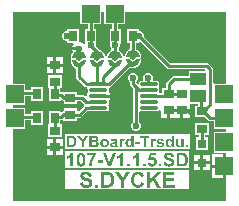
<source format=gtl>
G04*
G04 #@! TF.GenerationSoftware,Altium Limited,Altium Designer,22.9.1 (49)*
G04*
G04 Layer_Physical_Order=1*
G04 Layer_Color=255*
%FSLAX25Y25*%
%MOIN*%
G70*
G04*
G04 #@! TF.SameCoordinates,15CD16B4-1F33-4ED9-8E61-9E20C37C55A6*
G04*
G04*
G04 #@! TF.FilePolarity,Positive*
G04*
G01*
G75*
%ADD11C,0.00500*%
%ADD12C,0.01000*%
G04:AMPARAMS|DCode=13|XSize=57.87mil|YSize=11.02mil|CornerRadius=1.38mil|HoleSize=0mil|Usage=FLASHONLY|Rotation=0.000|XOffset=0mil|YOffset=0mil|HoleType=Round|Shape=RoundedRectangle|*
%AMROUNDEDRECTD13*
21,1,0.05787,0.00827,0,0,0.0*
21,1,0.05512,0.01102,0,0,0.0*
1,1,0.00276,0.02756,-0.00413*
1,1,0.00276,-0.02756,-0.00413*
1,1,0.00276,-0.02756,0.00413*
1,1,0.00276,0.02756,0.00413*
%
%ADD13ROUNDEDRECTD13*%
%ADD14R,0.03543X0.03150*%
%ADD15R,0.02756X0.03543*%
%ADD16C,0.01181*%
%ADD17C,0.00394*%
%ADD18R,0.05339X0.04153*%
%ADD19R,0.03543X0.02756*%
%ADD20R,0.03150X0.03150*%
%ADD31R,0.06000X0.06000*%
%ADD32R,0.06000X0.06000*%
%ADD33C,0.15748*%
%ADD34C,0.02000*%
%ADD35C,0.02362*%
G36*
X472500Y348894D02*
X474980D01*
Y347272D01*
X474075D01*
Y342728D01*
X474075D01*
X474083Y342716D01*
X474075Y342571D01*
X473872Y342452D01*
X473486Y342453D01*
X473255Y342684D01*
X472453Y343016D01*
X471925D01*
Y347272D01*
X468169D01*
Y346681D01*
X467666D01*
X467048Y346425D01*
X466575Y345952D01*
X466319Y345334D01*
Y344666D01*
X466575Y344048D01*
X467048Y343575D01*
X467666Y343319D01*
X468169D01*
Y342728D01*
X470122D01*
X470329Y342228D01*
X470171Y342070D01*
X469866Y341335D01*
X472020D01*
Y340335D01*
X469866D01*
X470068Y339847D01*
X470015Y339806D01*
X469569Y339225D01*
X469288Y338548D01*
X469225Y338066D01*
X469223Y338066D01*
X469210Y338000D01*
X469268Y337708D01*
X469268Y337707D01*
X469268Y337707D01*
Y337707D01*
X469326Y337613D01*
X469459Y337395D01*
X469293Y337147D01*
X469235Y336854D01*
X469226D01*
X469321Y336136D01*
X469598Y335468D01*
X470039Y334893D01*
X470613Y334452D01*
X470818Y334367D01*
X470849Y334341D01*
X471000Y333888D01*
Y331503D01*
X471078Y331113D01*
X471299Y330782D01*
X473865Y328216D01*
X474196Y327995D01*
X474586Y327917D01*
X474769D01*
X474852Y327859D01*
X475136Y327417D01*
X475129Y327382D01*
Y326555D01*
X475166Y326372D01*
X474959Y326234D01*
X474708Y325857D01*
X474619Y325413D01*
Y325088D01*
X474119Y324881D01*
X473917Y325083D01*
X473586Y325304D01*
X473196Y325382D01*
X471453D01*
Y326437D01*
X466910D01*
X466910Y326437D01*
Y326437D01*
X466409Y326343D01*
X466390Y326356D01*
X466000Y326434D01*
X465831D01*
Y327776D01*
X466272D01*
Y331925D01*
X461728D01*
Y327776D01*
X462075D01*
Y323335D01*
X465831D01*
Y323460D01*
X466331Y323661D01*
X466519Y323535D01*
X466910Y323457D01*
Y322287D01*
X471453D01*
Y323343D01*
X472774D01*
X473754Y322362D01*
X473743Y321768D01*
X473673Y321721D01*
X471953Y320001D01*
X471453Y320186D01*
Y320925D01*
X466910D01*
Y320017D01*
X466629Y319962D01*
X466331Y319762D01*
X466109Y319811D01*
X465831Y319926D01*
Y320035D01*
X462075D01*
Y315587D01*
X461728D01*
Y311437D01*
X466272D01*
Y315587D01*
X465831D01*
Y316980D01*
X466000D01*
X466390Y317058D01*
X466409Y317071D01*
X466910Y316804D01*
Y316776D01*
X471453D01*
Y317831D01*
X472244D01*
X472634Y317908D01*
X472965Y318129D01*
X474816Y319980D01*
X479339D01*
X479434Y319999D01*
X481291D01*
X481540Y320049D01*
X481751Y320190D01*
X481892Y320401D01*
X481942Y320650D01*
Y321476D01*
X481892Y321725D01*
X481751Y321936D01*
Y322158D01*
X481892Y322369D01*
X481942Y322618D01*
Y323445D01*
X481905Y323628D01*
X482112Y323766D01*
X482363Y324143D01*
X482434Y324500D01*
X478535D01*
Y325500D01*
X482434D01*
X482363Y325857D01*
X482112Y326234D01*
X481905Y326372D01*
X481942Y326555D01*
Y327382D01*
X481935Y327417D01*
X481936Y327673D01*
X482259Y327981D01*
X482327Y327995D01*
X482658Y328216D01*
X488922Y334481D01*
X489193D01*
X489262Y334452D01*
X489980Y334357D01*
X490698Y334452D01*
X491109Y334622D01*
X491171Y334618D01*
X491238Y334675D01*
X491367Y334729D01*
X491942Y335170D01*
X492382Y335744D01*
X492660Y336413D01*
X492754Y337131D01*
X492745D01*
X492687Y337424D01*
X492521Y337672D01*
X492655Y337890D01*
X492712Y337984D01*
Y337984D01*
X492712Y337984D01*
X492712Y337984D01*
X492770Y338277D01*
X492757Y338343D01*
X492755Y338343D01*
X492692Y338825D01*
X492411Y339502D01*
X491965Y340083D01*
X491384Y340529D01*
X491179Y340614D01*
X491136Y340650D01*
X491020Y341127D01*
Y342728D01*
X491878D01*
Y342984D01*
X492378Y343180D01*
X501279Y334279D01*
X501610Y334058D01*
X502000Y333980D01*
X513944D01*
X514043Y333834D01*
X513775Y333333D01*
X508630D01*
Y331733D01*
X503714D01*
X503324Y331656D01*
X502993Y331435D01*
X501279Y329721D01*
X501058Y329390D01*
X500980Y329000D01*
Y327831D01*
X499728D01*
Y326020D01*
X499231D01*
X499148Y326078D01*
X498864Y326520D01*
X498871Y326555D01*
Y327382D01*
X498821Y327631D01*
X498680Y327842D01*
Y328064D01*
X498821Y328275D01*
X498871Y328524D01*
Y329350D01*
X498821Y329599D01*
X498680Y329810D01*
X498469Y329951D01*
X498220Y330001D01*
X496947D01*
X496613Y330501D01*
X496681Y330666D01*
Y331334D01*
X496425Y331952D01*
X495952Y332425D01*
X495334Y332681D01*
X494666D01*
X494048Y332425D01*
X493575Y331952D01*
X493319Y331334D01*
Y330666D01*
X493387Y330501D01*
X493053Y330001D01*
X492709D01*
X492460Y329951D01*
X492249Y329810D01*
X492108Y329599D01*
X492058Y329350D01*
Y329274D01*
X491558Y329067D01*
X491020Y329606D01*
Y329642D01*
X491425Y330048D01*
X491681Y330666D01*
Y331334D01*
X491425Y331952D01*
X490952Y332425D01*
X490334Y332681D01*
X489666D01*
X489048Y332425D01*
X488575Y331952D01*
X488319Y331334D01*
Y330666D01*
X488575Y330048D01*
X488980Y329642D01*
Y329184D01*
X489058Y328793D01*
X489279Y328463D01*
X489980Y327761D01*
Y316358D01*
X489575Y315952D01*
X489319Y315334D01*
Y314666D01*
X489575Y314048D01*
X490048Y313575D01*
X490666Y313319D01*
X491334D01*
X491952Y313575D01*
X492425Y314048D01*
X492681Y314666D01*
Y315334D01*
X492425Y315952D01*
X492020Y316358D01*
Y319742D01*
X492390Y320000D01*
X492520Y320037D01*
X492709Y319999D01*
X498220D01*
X498469Y320049D01*
X498680Y320190D01*
X498728Y320262D01*
X499228Y320110D01*
Y317669D01*
X501500D01*
Y320244D01*
X502500D01*
Y317669D01*
X505800D01*
Y320244D01*
X506300D01*
Y320744D01*
X509072D01*
Y322466D01*
X511735D01*
Y321831D01*
X510728D01*
Y318075D01*
X513830D01*
X515019Y316885D01*
X515350Y316664D01*
X515740Y316587D01*
X516894D01*
Y314106D01*
X521000D01*
Y313106D01*
X516894D01*
Y306106D01*
X521000D01*
Y305606D01*
X520894D01*
Y301606D01*
Y297606D01*
X521000D01*
Y290000D01*
X450000D01*
Y314106D01*
X454106D01*
Y316980D01*
X456169D01*
Y315492D01*
X459925D01*
Y320035D01*
X456169D01*
Y319020D01*
X454106D01*
Y321106D01*
X450000D01*
Y322106D01*
X454106D01*
Y324980D01*
X456169D01*
Y323335D01*
X459925D01*
Y327878D01*
X456169D01*
Y327020D01*
X454106D01*
Y329106D01*
X450000D01*
Y353000D01*
X472500D01*
Y348894D01*
D02*
G37*
G36*
X480500D02*
X482980D01*
Y347272D01*
X482217D01*
Y342728D01*
X482217D01*
X482380Y342483D01*
X482319Y342334D01*
Y341666D01*
X482575Y341048D01*
X482761Y340862D01*
X482787Y340763D01*
X482655Y340277D01*
X482596Y340252D01*
X482015Y339806D01*
X481569Y339225D01*
X481288Y338548D01*
X481252Y338272D01*
X480748D01*
X480712Y338548D01*
X480431Y339225D01*
X479985Y339806D01*
X479404Y340252D01*
X479199Y340337D01*
X479155Y340373D01*
X479121Y340369D01*
X478758Y340520D01*
X478721Y340575D01*
X477666Y341630D01*
X477681Y341666D01*
Y342334D01*
X477638Y342439D01*
X477831Y342728D01*
X477831D01*
Y347272D01*
X477020D01*
Y348894D01*
X479500D01*
Y353000D01*
X480500D01*
Y348894D01*
D02*
G37*
G36*
X491980Y338277D02*
X490980D01*
X489980Y337277D01*
X488980Y338277D01*
X487955D01*
X489000Y340131D01*
X490980D01*
X491980Y338277D01*
D02*
G37*
G36*
X486000Y338000D02*
X485000D01*
X484000Y337000D01*
X483000Y338000D01*
X481975D01*
X483020Y339854D01*
X485000D01*
X486000Y338000D01*
D02*
G37*
G36*
X480000D02*
X479000D01*
X478000Y337000D01*
X477000Y338000D01*
X475975D01*
X477020Y339854D01*
X479000D01*
X480000Y338000D01*
D02*
G37*
G36*
X474000D02*
X473000D01*
X472000Y337000D01*
X471000Y338000D01*
X469975D01*
X471020Y339854D01*
X473000D01*
X474000Y338000D01*
D02*
G37*
G36*
X491500Y336131D02*
X491000Y335131D01*
X489000D01*
X488500Y336131D01*
X488000Y337111D01*
X487980Y337131D01*
X488587D01*
X489782Y335936D01*
X490199D01*
X491394Y337131D01*
X492000D01*
X491500Y336131D01*
D02*
G37*
G36*
X485520Y335854D02*
X485020Y334854D01*
X483020D01*
X482520Y335854D01*
X482020Y336835D01*
X482000Y336854D01*
X482606D01*
X483801Y335660D01*
X484219D01*
X485413Y336854D01*
X486020D01*
X485520Y335854D01*
D02*
G37*
G36*
X479520D02*
X479020Y334854D01*
X477020D01*
X476520Y335854D01*
X476020Y336835D01*
X476000Y336854D01*
X476606D01*
X477801Y335660D01*
X478219D01*
X479413Y336854D01*
X480020D01*
X479520Y335854D01*
D02*
G37*
G36*
X473520D02*
X473020Y334854D01*
X471020D01*
X470520Y335854D01*
X470020Y336835D01*
X470000Y336854D01*
X470606D01*
X471801Y335660D01*
X472219D01*
X473413Y336854D01*
X474020D01*
X473520Y335854D01*
D02*
G37*
G36*
X521000Y329106D02*
X516894D01*
X516820Y329576D01*
Y333900D01*
X516742Y334290D01*
X516521Y334621D01*
X515421Y335721D01*
X515090Y335942D01*
X514700Y336020D01*
X502422D01*
X493681Y344761D01*
Y345334D01*
X493425Y345952D01*
X492952Y346425D01*
X492334Y346681D01*
X491878D01*
Y347272D01*
X488122D01*
Y342728D01*
X488980D01*
Y341118D01*
X488855Y340652D01*
X488832Y340635D01*
X488577Y340529D01*
X487995Y340083D01*
X487549Y339502D01*
X487269Y338825D01*
X487224Y338485D01*
X486720D01*
X486712Y338548D01*
X486431Y339225D01*
X485985Y339806D01*
X485404Y340252D01*
X485345Y340277D01*
X485210Y340694D01*
X485212Y340748D01*
X485239Y340862D01*
X485425Y341048D01*
X485681Y341666D01*
Y342334D01*
X485944Y342728D01*
X485972D01*
Y347272D01*
X485020D01*
Y348894D01*
X487500D01*
Y353000D01*
X521000D01*
Y329106D01*
D02*
G37*
%LPC*%
G36*
X466772Y337937D02*
X464500D01*
Y335862D01*
X466772D01*
Y337937D01*
D02*
G37*
G36*
X463500D02*
X461228D01*
Y335862D01*
X463500D01*
Y337937D01*
D02*
G37*
G36*
X466772Y334862D02*
X464500D01*
Y332787D01*
X466772D01*
Y334862D01*
D02*
G37*
G36*
X463500D02*
X461228D01*
Y332787D01*
X463500D01*
Y334862D01*
D02*
G37*
G36*
X509072Y319744D02*
X506800D01*
Y317669D01*
X509072D01*
Y319744D01*
D02*
G37*
G36*
X466772Y310575D02*
X464500D01*
Y308500D01*
X466772D01*
Y310575D01*
D02*
G37*
G36*
X463500D02*
X461228D01*
Y308500D01*
X463500D01*
Y310575D01*
D02*
G37*
G36*
X508887Y312283D02*
X467500D01*
Y307382D01*
X508887D01*
Y312283D01*
D02*
G37*
G36*
X515272Y315925D02*
X510728D01*
Y312169D01*
X511980D01*
Y311224D01*
X510925D01*
Y307075D01*
X515075D01*
Y311224D01*
X514020D01*
Y312169D01*
X515272D01*
Y315925D01*
D02*
G37*
G36*
X466772Y307500D02*
X464500D01*
Y305425D01*
X466772D01*
Y307500D01*
D02*
G37*
G36*
X463500D02*
X461228D01*
Y305425D01*
X463500D01*
Y307500D01*
D02*
G37*
G36*
X515575Y305425D02*
X513500D01*
Y303350D01*
X515575D01*
Y305425D01*
D02*
G37*
G36*
X512500D02*
X510425D01*
Y303350D01*
X512500D01*
Y305425D01*
D02*
G37*
G36*
X519894Y305606D02*
X516394D01*
Y302106D01*
X519894D01*
Y305606D01*
D02*
G37*
G36*
X508874Y306668D02*
X467500D01*
Y301008D01*
X508874D01*
Y306668D01*
D02*
G37*
G36*
X515575Y302350D02*
X513500D01*
Y300276D01*
X515575D01*
Y302350D01*
D02*
G37*
G36*
X512500D02*
X510425D01*
Y300276D01*
X512500D01*
Y302350D01*
D02*
G37*
G36*
X519894Y301106D02*
X516394D01*
Y297606D01*
X519894D01*
Y301106D01*
D02*
G37*
G36*
X508859Y300298D02*
X467500D01*
Y293905D01*
X508859D01*
Y300298D01*
D02*
G37*
%LPD*%
G36*
X503648Y307943D02*
X502965D01*
Y308348D01*
X502959Y308337D01*
X502937Y308309D01*
X502898Y308265D01*
X502848Y308215D01*
X502793Y308159D01*
X502721Y308098D01*
X502643Y308043D01*
X502560Y307993D01*
X502549Y307987D01*
X502521Y307976D01*
X502471Y307960D01*
X502416Y307937D01*
X502343Y307915D01*
X502260Y307898D01*
X502177Y307887D01*
X502088Y307882D01*
X502044D01*
X502010Y307887D01*
X501966Y307893D01*
X501922Y307904D01*
X501866Y307915D01*
X501805Y307932D01*
X501744Y307948D01*
X501677Y307976D01*
X501611Y308004D01*
X501539Y308043D01*
X501472Y308087D01*
X501400Y308137D01*
X501333Y308198D01*
X501267Y308265D01*
X501261Y308270D01*
X501250Y308281D01*
X501233Y308304D01*
X501217Y308337D01*
X501189Y308376D01*
X501161Y308426D01*
X501128Y308481D01*
X501100Y308548D01*
X501067Y308620D01*
X501034Y308698D01*
X501006Y308787D01*
X500984Y308881D01*
X500961Y308986D01*
X500945Y309097D01*
X500934Y309214D01*
X500928Y309342D01*
Y309347D01*
Y309375D01*
Y309408D01*
X500934Y309458D01*
X500939Y309519D01*
X500945Y309586D01*
X500956Y309664D01*
X500967Y309741D01*
X501006Y309919D01*
X501034Y310008D01*
X501067Y310096D01*
X501106Y310185D01*
X501150Y310268D01*
X501200Y310346D01*
X501256Y310418D01*
X501261Y310424D01*
X501272Y310435D01*
X501289Y310452D01*
X501317Y310479D01*
X501350Y310507D01*
X501389Y310535D01*
X501433Y310568D01*
X501489Y310607D01*
X501544Y310640D01*
X501611Y310673D01*
X501750Y310735D01*
X501833Y310757D01*
X501916Y310773D01*
X502005Y310785D01*
X502099Y310790D01*
X502144D01*
X502177Y310785D01*
X502216Y310779D01*
X502266Y310768D01*
X502316Y310757D01*
X502377Y310740D01*
X502438Y310723D01*
X502504Y310696D01*
X502571Y310662D01*
X502638Y310629D01*
X502710Y310579D01*
X502776Y310529D01*
X502843Y310468D01*
X502910Y310402D01*
Y311784D01*
X503648D01*
Y307943D01*
D02*
G37*
G36*
X490228Y307943D02*
X489545D01*
Y308348D01*
X489539Y308337D01*
X489517Y308309D01*
X489478Y308265D01*
X489429Y308215D01*
X489373Y308159D01*
X489301Y308098D01*
X489223Y308043D01*
X489140Y307993D01*
X489129Y307987D01*
X489101Y307976D01*
X489051Y307960D01*
X488996Y307937D01*
X488924Y307915D01*
X488840Y307898D01*
X488757Y307887D01*
X488668Y307882D01*
X488624D01*
X488590Y307887D01*
X488546Y307893D01*
X488502Y307904D01*
X488446Y307915D01*
X488385Y307932D01*
X488324Y307948D01*
X488258Y307976D01*
X488191Y308004D01*
X488119Y308043D01*
X488052Y308087D01*
X487980Y308137D01*
X487913Y308198D01*
X487847Y308265D01*
X487841Y308270D01*
X487830Y308281D01*
X487814Y308304D01*
X487797Y308337D01*
X487769Y308376D01*
X487741Y308426D01*
X487708Y308481D01*
X487680Y308548D01*
X487647Y308620D01*
X487614Y308698D01*
X487586Y308787D01*
X487564Y308881D01*
X487542Y308986D01*
X487525Y309097D01*
X487514Y309214D01*
X487508Y309342D01*
Y309347D01*
Y309375D01*
Y309408D01*
X487514Y309458D01*
X487519Y309519D01*
X487525Y309586D01*
X487536Y309663D01*
X487547Y309741D01*
X487586Y309919D01*
X487614Y310008D01*
X487647Y310096D01*
X487686Y310185D01*
X487730Y310268D01*
X487780Y310346D01*
X487836Y310418D01*
X487841Y310424D01*
X487852Y310435D01*
X487869Y310452D01*
X487897Y310479D01*
X487930Y310507D01*
X487969Y310535D01*
X488013Y310568D01*
X488069Y310607D01*
X488124Y310640D01*
X488191Y310673D01*
X488330Y310735D01*
X488413Y310757D01*
X488496Y310773D01*
X488585Y310785D01*
X488679Y310790D01*
X488724D01*
X488757Y310785D01*
X488796Y310779D01*
X488846Y310768D01*
X488896Y310757D01*
X488957Y310740D01*
X489018Y310723D01*
X489084Y310696D01*
X489151Y310662D01*
X489218Y310629D01*
X489290Y310579D01*
X489356Y310529D01*
X489423Y310468D01*
X489490Y310402D01*
Y311784D01*
X490228D01*
Y307943D01*
D02*
G37*
G36*
X497393Y310785D02*
X497454Y310773D01*
X497532Y310757D01*
X497615Y310729D01*
X497698Y310696D01*
X497787Y310646D01*
X497554Y310008D01*
X497548Y310013D01*
X497520Y310024D01*
X497487Y310046D01*
X497443Y310069D01*
X497387Y310091D01*
X497332Y310113D01*
X497271Y310124D01*
X497210Y310130D01*
X497187D01*
X497154Y310124D01*
X497121Y310119D01*
X497082Y310107D01*
X497038Y310091D01*
X496993Y310069D01*
X496949Y310041D01*
X496943Y310035D01*
X496932Y310024D01*
X496910Y310002D01*
X496888Y309969D01*
X496860Y309930D01*
X496832Y309874D01*
X496805Y309808D01*
X496782Y309730D01*
Y309719D01*
X496777Y309702D01*
X496771Y309686D01*
Y309658D01*
X496766Y309625D01*
X496760Y309580D01*
X496755Y309530D01*
X496749Y309475D01*
X496743Y309403D01*
X496738Y309331D01*
Y309242D01*
X496732Y309147D01*
X496727Y309042D01*
Y308925D01*
Y308798D01*
Y307943D01*
X495989Y307943D01*
Y310729D01*
X496671Y310729D01*
Y310335D01*
X496677Y310340D01*
X496699Y310374D01*
X496732Y310424D01*
X496777Y310485D01*
X496821Y310546D01*
X496877Y310607D01*
X496927Y310662D01*
X496982Y310701D01*
X496988Y310707D01*
X497004Y310718D01*
X497038Y310729D01*
X497077Y310746D01*
X497121Y310762D01*
X497176Y310779D01*
X497232Y310785D01*
X497298Y310790D01*
X497343D01*
X497393Y310785D01*
D02*
G37*
G36*
X486959Y310785D02*
X487020Y310773D01*
X487098Y310757D01*
X487181Y310729D01*
X487264Y310696D01*
X487353Y310646D01*
X487120Y310008D01*
X487114Y310013D01*
X487086Y310024D01*
X487053Y310046D01*
X487009Y310069D01*
X486953Y310091D01*
X486898Y310113D01*
X486837Y310124D01*
X486776Y310130D01*
X486753D01*
X486720Y310124D01*
X486687Y310119D01*
X486648Y310107D01*
X486604Y310091D01*
X486559Y310069D01*
X486515Y310041D01*
X486509Y310035D01*
X486498Y310024D01*
X486476Y310002D01*
X486454Y309969D01*
X486426Y309930D01*
X486398Y309874D01*
X486371Y309808D01*
X486348Y309730D01*
Y309719D01*
X486343Y309702D01*
X486337Y309686D01*
Y309658D01*
X486332Y309625D01*
X486326Y309580D01*
X486321Y309530D01*
X486315Y309475D01*
X486309Y309403D01*
X486304Y309330D01*
Y309242D01*
X486298Y309147D01*
X486293Y309042D01*
Y308925D01*
Y308798D01*
Y307943D01*
X485555D01*
Y310729D01*
X486237D01*
Y310335D01*
X486243Y310340D01*
X486265Y310374D01*
X486298Y310424D01*
X486343Y310485D01*
X486387Y310546D01*
X486443Y310607D01*
X486493Y310662D01*
X486548Y310701D01*
X486554Y310707D01*
X486570Y310718D01*
X486604Y310729D01*
X486643Y310746D01*
X486687Y310762D01*
X486742Y310779D01*
X486798Y310785D01*
X486865Y310790D01*
X486909D01*
X486959Y310785D01*
D02*
G37*
G36*
X473656Y309552D02*
Y307943D01*
X472878D01*
Y309558D01*
X471474Y311784D01*
X472379D01*
X473284Y310263D01*
X474166Y311784D01*
X475060D01*
X473656Y309552D01*
D02*
G37*
G36*
X499258Y310785D02*
X499313Y310779D01*
X499374Y310773D01*
X499441Y310768D01*
X499579Y310746D01*
X499718Y310712D01*
X499852Y310662D01*
X499913Y310635D01*
X499968Y310601D01*
X499973D01*
X499979Y310590D01*
X500012Y310568D01*
X500062Y310524D01*
X500118Y310463D01*
X500184Y310390D01*
X500246Y310296D01*
X500307Y310185D01*
X500351Y310057D01*
X499657Y309930D01*
Y309935D01*
X499646Y309958D01*
X499635Y309985D01*
X499618Y310019D01*
X499596Y310063D01*
X499563Y310102D01*
X499530Y310141D01*
X499485Y310174D01*
X499480Y310180D01*
X499463Y310191D01*
X499435Y310202D01*
X499396Y310218D01*
X499346Y310235D01*
X499285Y310252D01*
X499213Y310257D01*
X499130Y310263D01*
X499080D01*
X499030Y310257D01*
X498969Y310252D01*
X498897Y310241D01*
X498830Y310230D01*
X498769Y310207D01*
X498714Y310180D01*
X498708D01*
X498703Y310169D01*
X498675Y310141D01*
X498642Y310091D01*
X498636Y310063D01*
X498631Y310030D01*
Y310024D01*
Y310019D01*
X498642Y309985D01*
X498664Y309941D01*
X498680Y309919D01*
X498703Y309896D01*
X498708Y309891D01*
X498730Y309885D01*
X498741Y309874D01*
X498764Y309869D01*
X498791Y309858D01*
X498825Y309841D01*
X498869Y309830D01*
X498913Y309813D01*
X498969Y309797D01*
X499036Y309780D01*
X499108Y309758D01*
X499191Y309736D01*
X499285Y309713D01*
X499391Y309686D01*
X499396D01*
X499418Y309680D01*
X499446Y309675D01*
X499485Y309664D01*
X499535Y309647D01*
X499591Y309636D01*
X499713Y309597D01*
X499852Y309547D01*
X499985Y309491D01*
X500051Y309458D01*
X500112Y309430D01*
X500162Y309391D01*
X500212Y309358D01*
X500223Y309347D01*
X500251Y309325D01*
X500284Y309280D01*
X500329Y309220D01*
X500373Y309142D01*
X500407Y309047D01*
X500434Y308936D01*
X500445Y308814D01*
Y308809D01*
Y308798D01*
Y308775D01*
X500440Y308748D01*
X500434Y308720D01*
X500429Y308681D01*
X500407Y308587D01*
X500368Y308487D01*
X500340Y308431D01*
X500312Y308376D01*
X500273Y308320D01*
X500229Y308265D01*
X500179Y308209D01*
X500123Y308154D01*
X500118Y308148D01*
X500107Y308143D01*
X500090Y308132D01*
X500062Y308109D01*
X500029Y308093D01*
X499990Y308071D01*
X499940Y308043D01*
X499885Y308021D01*
X499824Y307993D01*
X499752Y307971D01*
X499674Y307943D01*
X499591Y307926D01*
X499496Y307910D01*
X499396Y307893D01*
X499291Y307887D01*
X499180Y307882D01*
X499124D01*
X499086Y307887D01*
X499036D01*
X498980Y307893D01*
X498919Y307898D01*
X498852Y307910D01*
X498708Y307937D01*
X498558Y307976D01*
X498408Y308032D01*
X498342Y308071D01*
X498275Y308109D01*
X498270Y308115D01*
X498259Y308121D01*
X498242Y308132D01*
X498225Y308154D01*
X498164Y308204D01*
X498098Y308276D01*
X498026Y308365D01*
X497959Y308470D01*
X497898Y308598D01*
X497848Y308737D01*
X498586Y308848D01*
Y308837D01*
X498597Y308814D01*
X498608Y308775D01*
X498625Y308726D01*
X498653Y308670D01*
X498686Y308620D01*
X498725Y308565D01*
X498775Y308520D01*
X498780Y308515D01*
X498803Y308504D01*
X498836Y308487D01*
X498880Y308470D01*
X498936Y308448D01*
X499008Y308431D01*
X499086Y308420D01*
X499180Y308415D01*
X499224D01*
X499280Y308420D01*
X499341Y308426D01*
X499407Y308437D01*
X499480Y308459D01*
X499546Y308481D01*
X499607Y308515D01*
X499613Y308520D01*
X499624Y308531D01*
X499641Y308548D01*
X499657Y308570D01*
X499674Y308598D01*
X499690Y308631D01*
X499702Y308670D01*
X499707Y308714D01*
Y308720D01*
Y308731D01*
X499702Y308764D01*
X499685Y308809D01*
X499652Y308853D01*
X499641Y308864D01*
X499624Y308870D01*
X499602Y308887D01*
X499568Y308898D01*
X499524Y308914D01*
X499474Y308931D01*
X499407Y308947D01*
X499396D01*
X499369Y308959D01*
X499324Y308970D01*
X499263Y308981D01*
X499191Y308997D01*
X499113Y309020D01*
X499024Y309042D01*
X498930Y309070D01*
X498736Y309125D01*
X498642Y309153D01*
X498553Y309186D01*
X498469Y309214D01*
X498392Y309247D01*
X498325Y309280D01*
X498275Y309308D01*
X498270Y309314D01*
X498259Y309319D01*
X498247Y309331D01*
X498225Y309353D01*
X498170Y309403D01*
X498114Y309475D01*
X498053Y309563D01*
X497998Y309669D01*
X497976Y309730D01*
X497964Y309797D01*
X497953Y309863D01*
X497948Y309935D01*
Y309941D01*
Y309952D01*
Y309969D01*
X497953Y309997D01*
X497959Y310024D01*
X497964Y310063D01*
X497981Y310146D01*
X498014Y310241D01*
X498070Y310340D01*
X498098Y310396D01*
X498137Y310446D01*
X498181Y310496D01*
X498231Y310540D01*
X498236Y310546D01*
X498242Y310552D01*
X498259Y310563D01*
X498286Y310579D01*
X498314Y310596D01*
X498353Y310618D01*
X498397Y310640D01*
X498447Y310668D01*
X498508Y310690D01*
X498575Y310712D01*
X498647Y310735D01*
X498725Y310751D01*
X498814Y310768D01*
X498908Y310779D01*
X499008Y310790D01*
X499213D01*
X499258Y310785D01*
D02*
G37*
G36*
X492314Y308970D02*
X490866D01*
Y309708D01*
X492314D01*
Y308970D01*
D02*
G37*
G36*
X506894Y307943D02*
X506212D01*
Y308359D01*
X506206Y308348D01*
X506184Y308320D01*
X506151Y308281D01*
X506101Y308232D01*
X506045Y308171D01*
X505973Y308115D01*
X505895Y308054D01*
X505807Y308004D01*
X505795Y307998D01*
X505762Y307987D01*
X505712Y307965D01*
X505646Y307943D01*
X505568Y307921D01*
X505479Y307898D01*
X505385Y307887D01*
X505285Y307882D01*
X505235D01*
X505185Y307887D01*
X505118Y307898D01*
X505035Y307910D01*
X504952Y307932D01*
X504863Y307965D01*
X504780Y308004D01*
X504769Y308010D01*
X504747Y308026D01*
X504702Y308054D01*
X504658Y308093D01*
X504602Y308143D01*
X504552Y308198D01*
X504502Y308270D01*
X504458Y308348D01*
X504452Y308359D01*
X504441Y308387D01*
X504425Y308437D01*
X504408Y308509D01*
X504391Y308598D01*
X504375Y308703D01*
X504364Y308825D01*
X504358Y308964D01*
Y310729D01*
X505096D01*
Y309447D01*
Y309441D01*
Y309419D01*
Y309391D01*
Y309353D01*
Y309308D01*
Y309258D01*
X505102Y309142D01*
X505107Y309014D01*
X505113Y308898D01*
X505118Y308848D01*
X505124Y308798D01*
X505129Y308759D01*
X505135Y308731D01*
Y308726D01*
X505141Y308709D01*
X505152Y308687D01*
X505168Y308653D01*
X505185Y308620D01*
X505213Y308587D01*
X505240Y308554D01*
X505279Y308520D01*
X505285Y308515D01*
X505302Y308509D01*
X505324Y308498D01*
X505357Y308487D01*
X505396Y308470D01*
X505446Y308459D01*
X505496Y308453D01*
X505557Y308448D01*
X505590D01*
X505623Y308453D01*
X505668Y308459D01*
X505723Y308470D01*
X505779Y308492D01*
X505840Y308515D01*
X505895Y308548D01*
X505901Y308554D01*
X505918Y308565D01*
X505945Y308587D01*
X505979Y308620D01*
X506012Y308659D01*
X506045Y308698D01*
X506078Y308748D01*
X506101Y308803D01*
Y308809D01*
X506112Y308837D01*
Y308859D01*
X506117Y308887D01*
X506123Y308914D01*
X506129Y308953D01*
X506134Y309003D01*
X506140Y309053D01*
X506145Y309114D01*
Y309186D01*
X506151Y309264D01*
X506156Y309353D01*
Y309447D01*
Y309552D01*
Y310729D01*
X506894D01*
Y307943D01*
D02*
G37*
G36*
X508387D02*
X507649D01*
Y308681D01*
X508387D01*
Y307943D01*
D02*
G37*
G36*
X495522Y311134D02*
X494390D01*
Y307943D01*
X493613D01*
Y311134D01*
X492476D01*
Y311784D01*
X495522D01*
Y311134D01*
D02*
G37*
G36*
X483806Y310785D02*
X483851D01*
X483962Y310773D01*
X484078Y310762D01*
X484200Y310740D01*
X484317Y310707D01*
X484367Y310690D01*
X484417Y310668D01*
X484422D01*
X484428Y310662D01*
X484456Y310646D01*
X484500Y310624D01*
X484550Y310590D01*
X484611Y310546D01*
X484667Y310496D01*
X484717Y310435D01*
X484761Y310374D01*
X484767Y310363D01*
X484778Y310340D01*
X484794Y310291D01*
X484800Y310263D01*
X484811Y310224D01*
X484822Y310185D01*
X484828Y310135D01*
X484839Y310080D01*
X484844Y310019D01*
X484850Y309952D01*
X484855Y309880D01*
X484861Y309802D01*
Y309713D01*
X484850Y308853D01*
Y308848D01*
Y308837D01*
Y308820D01*
Y308792D01*
Y308726D01*
X484855Y308648D01*
Y308559D01*
X484866Y308470D01*
X484872Y308381D01*
X484883Y308309D01*
Y308304D01*
X484889Y308281D01*
X484900Y308243D01*
X484911Y308198D01*
X484933Y308143D01*
X484955Y308082D01*
X484983Y308015D01*
X485016Y307943D01*
X484289D01*
Y307948D01*
X484284Y307954D01*
X484278Y307976D01*
X484267Y307998D01*
X484256Y308026D01*
X484245Y308065D01*
X484234Y308109D01*
X484217Y308159D01*
Y308165D01*
X484211Y308171D01*
X484206Y308193D01*
X484195Y308220D01*
X484189Y308243D01*
X484178Y308237D01*
X484156Y308215D01*
X484117Y308182D01*
X484067Y308143D01*
X484006Y308098D01*
X483940Y308048D01*
X483862Y308010D01*
X483784Y307971D01*
X483773Y307965D01*
X483745Y307960D01*
X483701Y307943D01*
X483645Y307926D01*
X483579Y307910D01*
X483501Y307898D01*
X483412Y307887D01*
X483323Y307882D01*
X483285D01*
X483251Y307887D01*
X483218D01*
X483174Y307893D01*
X483079Y307910D01*
X482968Y307937D01*
X482857Y307976D01*
X482746Y308032D01*
X482647Y308109D01*
Y308115D01*
X482635Y308120D01*
X482608Y308154D01*
X482569Y308204D01*
X482524Y308270D01*
X482480Y308354D01*
X482441Y308453D01*
X482413Y308570D01*
X482408Y308631D01*
X482402Y308698D01*
Y308709D01*
Y308737D01*
X482408Y308781D01*
X482419Y308837D01*
X482430Y308903D01*
X482447Y308970D01*
X482474Y309042D01*
X482513Y309114D01*
X482519Y309125D01*
X482536Y309147D01*
X482558Y309181D01*
X482596Y309219D01*
X482635Y309264D01*
X482691Y309314D01*
X482752Y309358D01*
X482824Y309397D01*
X482835Y309403D01*
X482863Y309414D01*
X482907Y309430D01*
X482974Y309458D01*
X483057Y309486D01*
X483157Y309514D01*
X483279Y309541D01*
X483412Y309569D01*
X483418D01*
X483435Y309575D01*
X483462Y309580D01*
X483496Y309586D01*
X483540Y309591D01*
X483590Y309602D01*
X483701Y309630D01*
X483817Y309658D01*
X483940Y309686D01*
X484045Y309719D01*
X484095Y309736D01*
X484134Y309752D01*
Y309824D01*
Y309836D01*
Y309858D01*
X484128Y309896D01*
X484123Y309946D01*
X484106Y309996D01*
X484090Y310046D01*
X484062Y310091D01*
X484023Y310130D01*
X484017Y310135D01*
X484001Y310146D01*
X483973Y310157D01*
X483934Y310180D01*
X483879Y310196D01*
X483812Y310207D01*
X483729Y310218D01*
X483629Y310224D01*
X483596D01*
X483562Y310218D01*
X483518Y310213D01*
X483468Y310202D01*
X483412Y310191D01*
X483362Y310169D01*
X483318Y310141D01*
X483312Y310135D01*
X483301Y310124D01*
X483279Y310107D01*
X483257Y310080D01*
X483224Y310041D01*
X483196Y309991D01*
X483168Y309935D01*
X483140Y309869D01*
X482480Y309991D01*
Y309996D01*
X482485Y310008D01*
X482491Y310030D01*
X482502Y310057D01*
X482513Y310091D01*
X482530Y310130D01*
X482569Y310218D01*
X482624Y310313D01*
X482691Y310413D01*
X482768Y310507D01*
X482863Y310590D01*
X482868D01*
X482874Y310601D01*
X482891Y310607D01*
X482913Y310624D01*
X482946Y310635D01*
X482979Y310651D01*
X483024Y310673D01*
X483068Y310690D01*
X483124Y310707D01*
X483185Y310729D01*
X483251Y310746D01*
X483329Y310757D01*
X483407Y310773D01*
X483496Y310779D01*
X483584Y310790D01*
X483768D01*
X483806Y310785D01*
D02*
G37*
G36*
X477241Y311778D02*
X477352Y311772D01*
X477463Y311767D01*
X477568Y311756D01*
X477663Y311745D01*
X477674D01*
X477701Y311739D01*
X477740Y311728D01*
X477796Y311711D01*
X477857Y311689D01*
X477923Y311661D01*
X477996Y311628D01*
X478062Y311584D01*
X478068Y311578D01*
X478090Y311561D01*
X478123Y311534D01*
X478168Y311501D01*
X478212Y311451D01*
X478262Y311395D01*
X478312Y311334D01*
X478356Y311262D01*
X478362Y311251D01*
X478373Y311228D01*
X478395Y311184D01*
X478417Y311129D01*
X478440Y311062D01*
X478462Y310990D01*
X478473Y310901D01*
X478478Y310812D01*
Y310807D01*
Y310801D01*
Y310768D01*
X478473Y310718D01*
X478462Y310651D01*
X478440Y310574D01*
X478417Y310490D01*
X478378Y310407D01*
X478329Y310318D01*
X478323Y310307D01*
X478301Y310279D01*
X478267Y310241D01*
X478229Y310191D01*
X478173Y310141D01*
X478106Y310080D01*
X478029Y310030D01*
X477940Y309980D01*
X477946D01*
X477957Y309974D01*
X477973Y309969D01*
X477996Y309963D01*
X478062Y309935D01*
X478140Y309896D01*
X478223Y309852D01*
X478317Y309791D01*
X478401Y309719D01*
X478478Y309630D01*
X478484Y309619D01*
X478506Y309586D01*
X478540Y309536D01*
X478573Y309469D01*
X478606Y309380D01*
X478639Y309286D01*
X478661Y309175D01*
X478667Y309053D01*
Y309047D01*
Y309042D01*
Y309009D01*
X478661Y308959D01*
X478651Y308892D01*
X478639Y308814D01*
X478617Y308726D01*
X478584Y308637D01*
X478545Y308542D01*
X478540Y308531D01*
X478523Y308504D01*
X478495Y308459D01*
X478456Y308404D01*
X478412Y308337D01*
X478351Y308276D01*
X478290Y308209D01*
X478212Y308148D01*
X478201Y308143D01*
X478173Y308126D01*
X478129Y308098D01*
X478068Y308071D01*
X477990Y308037D01*
X477901Y308010D01*
X477801Y307982D01*
X477690Y307965D01*
X477668D01*
X477646Y307960D01*
X477590D01*
X477552Y307954D01*
X477446D01*
X477380Y307948D01*
X477213D01*
X477119Y307943D01*
X475454D01*
Y311784D01*
X477141D01*
X477241Y311778D01*
D02*
G37*
G36*
X469576D02*
X469682Y311772D01*
X469798Y311767D01*
X469920Y311750D01*
X470037Y311734D01*
X470142Y311706D01*
X470148D01*
X470159Y311700D01*
X470176Y311695D01*
X470198Y311689D01*
X470264Y311661D01*
X470342Y311623D01*
X470431Y311573D01*
X470531Y311512D01*
X470625Y311439D01*
X470719Y311351D01*
X470725D01*
X470731Y311339D01*
X470758Y311306D01*
X470803Y311251D01*
X470853Y311179D01*
X470914Y311090D01*
X470975Y310984D01*
X471036Y310862D01*
X471086Y310729D01*
Y310723D01*
X471091Y310712D01*
X471097Y310690D01*
X471108Y310662D01*
X471114Y310629D01*
X471125Y310585D01*
X471136Y310535D01*
X471152Y310479D01*
X471164Y310418D01*
X471175Y310346D01*
X471186Y310274D01*
X471191Y310191D01*
X471208Y310019D01*
X471213Y309824D01*
Y309819D01*
Y309802D01*
Y309780D01*
Y309747D01*
X471208Y309702D01*
Y309658D01*
X471202Y309602D01*
X471197Y309541D01*
X471186Y309414D01*
X471164Y309280D01*
X471130Y309142D01*
X471091Y309009D01*
Y309003D01*
X471086Y308992D01*
X471075Y308970D01*
X471064Y308936D01*
X471053Y308903D01*
X471030Y308864D01*
X470986Y308764D01*
X470930Y308659D01*
X470858Y308542D01*
X470775Y308431D01*
X470681Y308326D01*
X470670Y308315D01*
X470642Y308293D01*
X470597Y308259D01*
X470536Y308215D01*
X470459Y308165D01*
X470370Y308115D01*
X470259Y308065D01*
X470137Y308021D01*
X470131D01*
X470126Y308015D01*
X470109D01*
X470092Y308010D01*
X470031Y307998D01*
X469954Y307982D01*
X469859Y307965D01*
X469743Y307954D01*
X469604Y307948D01*
X469454Y307943D01*
X468000D01*
Y311784D01*
X469532D01*
X469576Y311778D01*
D02*
G37*
G36*
X480687Y310785D02*
X480743Y310779D01*
X480804Y310768D01*
X480876Y310757D01*
X480948Y310740D01*
X481031Y310718D01*
X481115Y310690D01*
X481198Y310657D01*
X481287Y310618D01*
X481376Y310568D01*
X481459Y310513D01*
X481542Y310452D01*
X481620Y310379D01*
X481625Y310374D01*
X481636Y310363D01*
X481659Y310335D01*
X481681Y310307D01*
X481714Y310263D01*
X481747Y310218D01*
X481786Y310157D01*
X481825Y310096D01*
X481858Y310024D01*
X481897Y309946D01*
X481930Y309858D01*
X481964Y309769D01*
X481986Y309669D01*
X482008Y309569D01*
X482019Y309458D01*
X482025Y309342D01*
Y309336D01*
Y309314D01*
Y309280D01*
X482019Y309236D01*
X482014Y309181D01*
X482003Y309120D01*
X481992Y309047D01*
X481975Y308975D01*
X481953Y308892D01*
X481925Y308809D01*
X481892Y308720D01*
X481853Y308631D01*
X481803Y308542D01*
X481747Y308459D01*
X481686Y308376D01*
X481614Y308293D01*
X481609Y308287D01*
X481598Y308276D01*
X481575Y308254D01*
X481542Y308226D01*
X481503Y308198D01*
X481453Y308165D01*
X481398Y308126D01*
X481337Y308087D01*
X481264Y308048D01*
X481187Y308010D01*
X481104Y307976D01*
X481009Y307948D01*
X480915Y307921D01*
X480809Y307898D01*
X480704Y307887D01*
X480587Y307882D01*
X480548D01*
X480521Y307887D01*
X480487D01*
X480449Y307893D01*
X480354Y307904D01*
X480238Y307926D01*
X480116Y307954D01*
X479988Y307998D01*
X479855Y308054D01*
X479849D01*
X479838Y308060D01*
X479821Y308071D01*
X479799Y308087D01*
X479738Y308126D01*
X479661Y308182D01*
X479577Y308254D01*
X479489Y308343D01*
X479405Y308442D01*
X479327Y308559D01*
Y308564D01*
X479322Y308576D01*
X479311Y308592D01*
X479300Y308620D01*
X479289Y308653D01*
X479272Y308692D01*
X479255Y308737D01*
X479239Y308787D01*
X479222Y308842D01*
X479206Y308903D01*
X479178Y309042D01*
X479155Y309203D01*
X479150Y309375D01*
Y309380D01*
Y309391D01*
Y309414D01*
X479155Y309436D01*
Y309469D01*
X479161Y309508D01*
X479172Y309602D01*
X479194Y309708D01*
X479228Y309824D01*
X479267Y309952D01*
X479327Y310080D01*
Y310085D01*
X479339Y310096D01*
X479344Y310113D01*
X479361Y310135D01*
X479405Y310196D01*
X479461Y310274D01*
X479533Y310357D01*
X479622Y310446D01*
X479722Y310529D01*
X479838Y310607D01*
X479844D01*
X479855Y310613D01*
X479872Y310624D01*
X479899Y310635D01*
X479927Y310651D01*
X479966Y310662D01*
X480010Y310679D01*
X480055Y310701D01*
X480166Y310735D01*
X480293Y310762D01*
X480432Y310785D01*
X480582Y310790D01*
X480643D01*
X480687Y310785D01*
D02*
G37*
%LPC*%
G36*
X502293Y310224D02*
X502282D01*
X502249Y310218D01*
X502199Y310213D01*
X502144Y310196D01*
X502072Y310174D01*
X501999Y310135D01*
X501927Y310085D01*
X501855Y310013D01*
X501849Y310002D01*
X501827Y309974D01*
X501799Y309924D01*
X501772Y309858D01*
X501739Y309769D01*
X501711Y309664D01*
X501688Y309536D01*
X501683Y309391D01*
Y309386D01*
Y309375D01*
Y309347D01*
Y309319D01*
X501688Y309280D01*
Y309242D01*
X501700Y309147D01*
X501711Y309042D01*
X501733Y308931D01*
X501766Y308831D01*
X501783Y308787D01*
X501805Y308748D01*
Y308742D01*
X501816Y308737D01*
X501838Y308703D01*
X501877Y308659D01*
X501933Y308609D01*
X502005Y308554D01*
X502088Y308509D01*
X502188Y308476D01*
X502244Y308470D01*
X502299Y308465D01*
X502310D01*
X502343Y308470D01*
X502388Y308476D01*
X502449Y308492D01*
X502515Y308515D01*
X502588Y308554D01*
X502660Y308603D01*
X502732Y308676D01*
X502737Y308687D01*
X502760Y308714D01*
X502787Y308764D01*
X502821Y308837D01*
X502854Y308925D01*
X502882Y309036D01*
X502904Y309170D01*
X502910Y309319D01*
Y309325D01*
Y309342D01*
Y309364D01*
Y309397D01*
X502904Y309436D01*
X502898Y309486D01*
X502887Y309586D01*
X502865Y309702D01*
X502837Y309813D01*
X502793Y309924D01*
X502765Y309969D01*
X502732Y310013D01*
X502726Y310024D01*
X502699Y310046D01*
X502665Y310080D01*
X502615Y310119D01*
X502549Y310157D01*
X502477Y310191D01*
X502388Y310213D01*
X502293Y310224D01*
D02*
G37*
G36*
X488873Y310224D02*
X488862D01*
X488829Y310218D01*
X488779Y310213D01*
X488724Y310196D01*
X488652Y310174D01*
X488579Y310135D01*
X488507Y310085D01*
X488435Y310013D01*
X488430Y310002D01*
X488407Y309974D01*
X488380Y309924D01*
X488352Y309858D01*
X488318Y309769D01*
X488291Y309663D01*
X488269Y309536D01*
X488263Y309391D01*
Y309386D01*
Y309375D01*
Y309347D01*
Y309319D01*
X488269Y309280D01*
Y309242D01*
X488280Y309147D01*
X488291Y309042D01*
X488313Y308931D01*
X488346Y308831D01*
X488363Y308787D01*
X488385Y308748D01*
Y308742D01*
X488396Y308737D01*
X488418Y308703D01*
X488457Y308659D01*
X488513Y308609D01*
X488585Y308553D01*
X488668Y308509D01*
X488768Y308476D01*
X488824Y308470D01*
X488879Y308465D01*
X488890D01*
X488924Y308470D01*
X488968Y308476D01*
X489029Y308492D01*
X489096Y308515D01*
X489168Y308553D01*
X489240Y308603D01*
X489312Y308676D01*
X489318Y308687D01*
X489340Y308714D01*
X489367Y308764D01*
X489401Y308837D01*
X489434Y308925D01*
X489462Y309036D01*
X489484Y309170D01*
X489490Y309319D01*
Y309325D01*
Y309342D01*
Y309364D01*
Y309397D01*
X489484Y309436D01*
X489478Y309486D01*
X489467Y309586D01*
X489445Y309702D01*
X489418Y309813D01*
X489373Y309924D01*
X489345Y309969D01*
X489312Y310013D01*
X489306Y310024D01*
X489279Y310046D01*
X489245Y310080D01*
X489195Y310119D01*
X489129Y310157D01*
X489057Y310191D01*
X488968Y310213D01*
X488873Y310224D01*
D02*
G37*
G36*
X484134Y309275D02*
X484128D01*
X484106Y309264D01*
X484073Y309258D01*
X484023Y309242D01*
X483962Y309225D01*
X483879Y309203D01*
X483790Y309181D01*
X483679Y309158D01*
X483668D01*
X483651Y309153D01*
X483629Y309147D01*
X483579Y309136D01*
X483512Y309120D01*
X483446Y309103D01*
X483379Y309081D01*
X483323Y309053D01*
X483279Y309031D01*
X483274Y309025D01*
X483257Y309014D01*
X483235Y308992D01*
X483213Y308964D01*
X483185Y308925D01*
X483163Y308881D01*
X483146Y308831D01*
X483140Y308775D01*
Y308770D01*
Y308748D01*
X483146Y308720D01*
X483157Y308687D01*
X483168Y308642D01*
X483185Y308598D01*
X483213Y308553D01*
X483251Y308509D01*
X483257Y308504D01*
X483274Y308492D01*
X483296Y308476D01*
X483335Y308453D01*
X483373Y308431D01*
X483423Y308415D01*
X483485Y308404D01*
X483546Y308398D01*
X483579D01*
X483618Y308404D01*
X483668Y308415D01*
X483729Y308431D01*
X483790Y308453D01*
X483862Y308481D01*
X483928Y308526D01*
X483934Y308531D01*
X483951Y308542D01*
X483973Y308564D01*
X484001Y308592D01*
X484028Y308631D01*
X484056Y308670D01*
X484084Y308720D01*
X484101Y308770D01*
Y308775D01*
X484106Y308787D01*
X484112Y308814D01*
X484117Y308848D01*
X484123Y308897D01*
X484128Y308959D01*
X484134Y309036D01*
Y309125D01*
Y309275D01*
D02*
G37*
G36*
X477002Y311145D02*
X476231D01*
Y310257D01*
X476974D01*
X477069Y310263D01*
X477241D01*
X477274Y310268D01*
X477307D01*
X477330Y310274D01*
X477363Y310279D01*
X477413Y310296D01*
X477463Y310313D01*
X477513Y310335D01*
X477563Y310363D01*
X477607Y310402D01*
X477613Y310407D01*
X477624Y310424D01*
X477646Y310446D01*
X477668Y310485D01*
X477685Y310529D01*
X477707Y310579D01*
X477718Y310640D01*
X477724Y310707D01*
Y310712D01*
Y310735D01*
X477718Y310768D01*
X477712Y310812D01*
X477701Y310857D01*
X477679Y310901D01*
X477657Y310951D01*
X477624Y310995D01*
X477618Y311001D01*
X477607Y311012D01*
X477579Y311034D01*
X477552Y311056D01*
X477507Y311079D01*
X477457Y311101D01*
X477396Y311118D01*
X477330Y311129D01*
X477324D01*
X477302Y311134D01*
X477241D01*
X477207Y311140D01*
X477063D01*
X477002Y311145D01*
D02*
G37*
G36*
X477035Y309619D02*
X476231D01*
Y308592D01*
X477085D01*
X477169Y308598D01*
X477257D01*
X477346Y308603D01*
X477418Y308609D01*
X477452D01*
X477474Y308614D01*
X477479D01*
X477502Y308620D01*
X477535Y308631D01*
X477574Y308642D01*
X477618Y308664D01*
X477668Y308692D01*
X477712Y308726D01*
X477757Y308764D01*
X477762Y308770D01*
X477774Y308787D01*
X477790Y308814D01*
X477812Y308853D01*
X477835Y308897D01*
X477851Y308953D01*
X477862Y309020D01*
X477868Y309092D01*
Y309097D01*
Y309120D01*
X477862Y309153D01*
X477857Y309192D01*
X477846Y309242D01*
X477829Y309286D01*
X477807Y309336D01*
X477779Y309386D01*
X477774Y309391D01*
X477762Y309408D01*
X477746Y309430D01*
X477718Y309453D01*
X477685Y309486D01*
X477640Y309514D01*
X477590Y309541D01*
X477535Y309563D01*
X477529D01*
X477502Y309575D01*
X477457Y309580D01*
X477429Y309586D01*
X477391Y309591D01*
X477352Y309597D01*
X477302Y309602D01*
X477246Y309608D01*
X477180D01*
X477113Y309613D01*
X477035Y309619D01*
D02*
G37*
G36*
X469282Y311134D02*
X468777D01*
Y308592D01*
X469460D01*
X469532Y308598D01*
X469609D01*
X469687Y308609D01*
X469759Y308614D01*
X469820Y308626D01*
X469832D01*
X469854Y308637D01*
X469887Y308648D01*
X469931Y308664D01*
X469981Y308687D01*
X470031Y308714D01*
X470081Y308748D01*
X470131Y308787D01*
X470137Y308792D01*
X470153Y308809D01*
X470176Y308837D01*
X470203Y308875D01*
X470231Y308925D01*
X470270Y308986D01*
X470298Y309064D01*
X470331Y309153D01*
Y309158D01*
X470336Y309164D01*
Y309181D01*
X470342Y309203D01*
X470353Y309225D01*
X470359Y309258D01*
X470375Y309342D01*
X470387Y309441D01*
X470403Y309558D01*
X470409Y309702D01*
X470414Y309858D01*
Y309863D01*
Y309880D01*
Y309902D01*
Y309930D01*
Y309969D01*
X470409Y310013D01*
X470403Y310107D01*
X470392Y310218D01*
X470381Y310335D01*
X470359Y310440D01*
X470331Y310540D01*
Y310546D01*
X470326Y310551D01*
X470314Y310579D01*
X470298Y310624D01*
X470275Y310679D01*
X470242Y310735D01*
X470203Y310796D01*
X470159Y310857D01*
X470109Y310912D01*
X470103Y310918D01*
X470087Y310934D01*
X470053Y310957D01*
X470015Y310984D01*
X469959Y311018D01*
X469898Y311045D01*
X469832Y311073D01*
X469754Y311095D01*
X469748D01*
X469721Y311101D01*
X469676Y311106D01*
X469615Y311118D01*
X469576D01*
X469526Y311123D01*
X469476D01*
X469421Y311129D01*
X469354D01*
X469282Y311134D01*
D02*
G37*
G36*
X480587Y310191D02*
X480560D01*
X480537Y310185D01*
X480487Y310180D01*
X480421Y310163D01*
X480343Y310135D01*
X480260Y310096D01*
X480177Y310041D01*
X480099Y309969D01*
X480093Y309958D01*
X480071Y309930D01*
X480038Y309874D01*
X480005Y309808D01*
X479966Y309719D01*
X479938Y309608D01*
X479916Y309480D01*
X479905Y309336D01*
Y309330D01*
Y309319D01*
Y309297D01*
X479910Y309269D01*
Y309230D01*
X479916Y309192D01*
X479927Y309103D01*
X479955Y308997D01*
X479988Y308892D01*
X480032Y308787D01*
X480099Y308698D01*
X480110Y308687D01*
X480132Y308664D01*
X480177Y308631D01*
X480238Y308592D01*
X480304Y308548D01*
X480388Y308515D01*
X480482Y308492D01*
X480587Y308481D01*
X480615D01*
X480637Y308487D01*
X480687Y308492D01*
X480754Y308509D01*
X480832Y308537D01*
X480915Y308570D01*
X480993Y308626D01*
X481070Y308698D01*
X481081Y308709D01*
X481104Y308737D01*
X481131Y308792D01*
X481170Y308859D01*
X481209Y308953D01*
X481237Y309058D01*
X481259Y309192D01*
X481270Y309336D01*
Y309342D01*
Y309353D01*
Y309375D01*
X481264Y309403D01*
Y309436D01*
X481259Y309480D01*
X481248Y309569D01*
X481220Y309669D01*
X481187Y309774D01*
X481137Y309880D01*
X481070Y309969D01*
X481059Y309980D01*
X481037Y310002D01*
X480993Y310041D01*
X480937Y310080D01*
X480865Y310119D01*
X480787Y310157D01*
X480693Y310180D01*
X480587Y310191D01*
D02*
G37*
%LPD*%
G36*
X502131Y306161D02*
X502202Y306155D01*
X502287Y306148D01*
X502371Y306135D01*
X502468Y306122D01*
X502676Y306077D01*
X502780Y306044D01*
X502884Y306012D01*
X502988Y305966D01*
X503085Y305915D01*
X503176Y305856D01*
X503260Y305791D01*
X503267Y305785D01*
X503280Y305772D01*
X503299Y305752D01*
X503325Y305726D01*
X503358Y305687D01*
X503397Y305642D01*
X503435Y305590D01*
X503481Y305532D01*
X503520Y305460D01*
X503559Y305389D01*
X503598Y305305D01*
X503630Y305214D01*
X503663Y305123D01*
X503688Y305019D01*
X503708Y304915D01*
X503715Y304798D01*
X502806Y304766D01*
Y304772D01*
Y304779D01*
X502793Y304824D01*
X502780Y304883D01*
X502754Y304954D01*
X502722Y305038D01*
X502676Y305116D01*
X502618Y305194D01*
X502553Y305259D01*
X502546Y305266D01*
X502520Y305285D01*
X502475Y305311D01*
X502410Y305337D01*
X502332Y305363D01*
X502235Y305389D01*
X502118Y305408D01*
X501982Y305415D01*
X501917D01*
X501845Y305408D01*
X501761Y305395D01*
X501664Y305376D01*
X501560Y305344D01*
X501462Y305305D01*
X501372Y305246D01*
X501365Y305240D01*
X501352Y305227D01*
X501326Y305207D01*
X501300Y305175D01*
X501274Y305136D01*
X501248Y305084D01*
X501235Y305032D01*
X501229Y304967D01*
Y304961D01*
Y304941D01*
X501235Y304909D01*
X501248Y304876D01*
X501261Y304831D01*
X501281Y304785D01*
X501313Y304740D01*
X501359Y304695D01*
X501365Y304688D01*
X501398Y304668D01*
X501417Y304656D01*
X501449Y304643D01*
X501482Y304623D01*
X501527Y304604D01*
X501579Y304584D01*
X501638Y304558D01*
X501709Y304532D01*
X501781Y304506D01*
X501871Y304480D01*
X501969Y304454D01*
X502072Y304428D01*
X502189Y304396D01*
X502196D01*
X502222Y304389D01*
X502254Y304383D01*
X502300Y304370D01*
X502352Y304357D01*
X502417Y304338D01*
X502488Y304318D01*
X502559Y304299D01*
X502715Y304247D01*
X502877Y304195D01*
X503033Y304136D01*
X503098Y304104D01*
X503163Y304071D01*
X503169D01*
X503176Y304065D01*
X503215Y304039D01*
X503273Y304000D01*
X503344Y303948D01*
X503422Y303883D01*
X503507Y303805D01*
X503591Y303714D01*
X503663Y303611D01*
X503669Y303598D01*
X503688Y303559D01*
X503721Y303500D01*
X503753Y303416D01*
X503786Y303312D01*
X503818Y303189D01*
X503838Y303052D01*
X503844Y302897D01*
Y302890D01*
Y302877D01*
Y302858D01*
Y302832D01*
X503838Y302799D01*
X503831Y302754D01*
X503818Y302663D01*
X503792Y302546D01*
X503753Y302423D01*
X503695Y302300D01*
X503624Y302170D01*
Y302163D01*
X503611Y302157D01*
X503585Y302118D01*
X503533Y302053D01*
X503468Y301982D01*
X503383Y301897D01*
X503273Y301819D01*
X503156Y301742D01*
X503014Y301670D01*
X503007D01*
X502994Y301664D01*
X502975Y301657D01*
X502942Y301644D01*
X502903Y301631D01*
X502858Y301618D01*
X502806Y301605D01*
X502747Y301592D01*
X502676Y301573D01*
X502605Y301560D01*
X502436Y301534D01*
X502248Y301514D01*
X502040Y301508D01*
X501956D01*
X501897Y301514D01*
X501826Y301521D01*
X501748Y301527D01*
X501657Y301540D01*
X501560Y301560D01*
X501346Y301605D01*
X501235Y301638D01*
X501131Y301670D01*
X501021Y301716D01*
X500917Y301767D01*
X500820Y301826D01*
X500729Y301897D01*
X500723Y301904D01*
X500710Y301917D01*
X500684Y301936D01*
X500658Y301969D01*
X500619Y302014D01*
X500580Y302066D01*
X500534Y302124D01*
X500489Y302189D01*
X500444Y302267D01*
X500398Y302352D01*
X500353Y302449D01*
X500307Y302553D01*
X500275Y302663D01*
X500236Y302786D01*
X500210Y302916D01*
X500190Y303052D01*
X501073Y303137D01*
Y303130D01*
X501080Y303117D01*
Y303091D01*
X501086Y303065D01*
X501112Y302988D01*
X501144Y302890D01*
X501183Y302780D01*
X501242Y302670D01*
X501307Y302572D01*
X501391Y302481D01*
X501404Y302475D01*
X501437Y302449D01*
X501488Y302416D01*
X501566Y302378D01*
X501664Y302339D01*
X501774Y302306D01*
X501904Y302280D01*
X502053Y302274D01*
X502124D01*
X502202Y302287D01*
X502300Y302300D01*
X502403Y302319D01*
X502514Y302352D01*
X502618Y302397D01*
X502708Y302455D01*
X502722Y302462D01*
X502747Y302488D01*
X502780Y302527D01*
X502825Y302579D01*
X502864Y302644D01*
X502903Y302722D01*
X502929Y302799D01*
X502936Y302890D01*
Y302897D01*
Y302916D01*
X502929Y302949D01*
X502923Y302988D01*
X502910Y303027D01*
X502897Y303072D01*
X502871Y303117D01*
X502838Y303163D01*
X502832Y303169D01*
X502819Y303182D01*
X502799Y303202D01*
X502767Y303228D01*
X502722Y303260D01*
X502663Y303293D01*
X502598Y303325D01*
X502514Y303358D01*
X502507D01*
X502481Y303370D01*
X502436Y303383D01*
X502403Y303397D01*
X502364Y303403D01*
X502319Y303416D01*
X502267Y303435D01*
X502209Y303448D01*
X502144Y303468D01*
X502066Y303487D01*
X501982Y303507D01*
X501891Y303533D01*
X501787Y303559D01*
X501781D01*
X501755Y303565D01*
X501716Y303578D01*
X501670Y303591D01*
X501612Y303611D01*
X501540Y303630D01*
X501469Y303656D01*
X501385Y303682D01*
X501216Y303747D01*
X501054Y303825D01*
X500969Y303864D01*
X500898Y303909D01*
X500826Y303955D01*
X500768Y304000D01*
X500762Y304007D01*
X500748Y304019D01*
X500729Y304039D01*
X500703Y304065D01*
X500671Y304104D01*
X500638Y304149D01*
X500599Y304195D01*
X500567Y304253D01*
X500489Y304389D01*
X500424Y304545D01*
X500398Y304630D01*
X500379Y304714D01*
X500366Y304811D01*
X500359Y304909D01*
Y304915D01*
Y304922D01*
Y304941D01*
Y304967D01*
X500372Y305032D01*
X500385Y305116D01*
X500405Y305214D01*
X500437Y305324D01*
X500482Y305441D01*
X500547Y305551D01*
Y305558D01*
X500554Y305564D01*
X500586Y305603D01*
X500625Y305655D01*
X500690Y305720D01*
X500768Y305791D01*
X500865Y305869D01*
X500976Y305941D01*
X501105Y306006D01*
X501112D01*
X501125Y306012D01*
X501144Y306018D01*
X501170Y306031D01*
X501209Y306044D01*
X501248Y306057D01*
X501300Y306070D01*
X501359Y306090D01*
X501488Y306116D01*
X501638Y306142D01*
X501806Y306161D01*
X501995Y306168D01*
X502072D01*
X502131Y306161D01*
D02*
G37*
G36*
X480026Y302793D02*
X478332D01*
Y303656D01*
X480026D01*
Y302793D01*
D02*
G37*
G36*
X482661Y301592D02*
X481681D01*
X480071Y306083D01*
X481051D01*
X482194Y302760D01*
X483290Y306083D01*
X484257D01*
X482661Y301592D01*
D02*
G37*
G36*
X497834Y305220D02*
X496206Y305220D01*
X496069Y304454D01*
X496076D01*
X496082Y304461D01*
X496121Y304480D01*
X496180Y304500D01*
X496251Y304532D01*
X496342Y304558D01*
X496439Y304578D01*
X496550Y304597D01*
X496660Y304604D01*
X496718D01*
X496757Y304597D01*
X496803Y304591D01*
X496861Y304584D01*
X496926Y304571D01*
X496997Y304552D01*
X497147Y304500D01*
X497231Y304467D01*
X497309Y304428D01*
X497393Y304377D01*
X497478Y304318D01*
X497555Y304253D01*
X497633Y304182D01*
X497640Y304175D01*
X497653Y304162D01*
X497672Y304136D01*
X497698Y304104D01*
X497724Y304065D01*
X497763Y304013D01*
X497796Y303955D01*
X497834Y303890D01*
X497873Y303818D01*
X497906Y303734D01*
X497945Y303643D01*
X497971Y303552D01*
X497997Y303448D01*
X498016Y303338D01*
X498029Y303221D01*
X498036Y303098D01*
Y303091D01*
Y303072D01*
Y303046D01*
X498029Y303007D01*
Y302955D01*
X498016Y302897D01*
X498010Y302832D01*
X497997Y302767D01*
X497958Y302611D01*
X497899Y302442D01*
X497860Y302352D01*
X497822Y302267D01*
X497770Y302183D01*
X497711Y302098D01*
X497705Y302092D01*
X497692Y302073D01*
X497666Y302046D01*
X497633Y302008D01*
X497588Y301962D01*
X497530Y301910D01*
X497465Y301858D01*
X497393Y301806D01*
X497309Y301748D01*
X497218Y301696D01*
X497121Y301644D01*
X497010Y301599D01*
X496894Y301560D01*
X496770Y301534D01*
X496634Y301514D01*
X496491Y301508D01*
X496433D01*
X496387Y301514D01*
X496335Y301521D01*
X496270Y301527D01*
X496206Y301534D01*
X496128Y301547D01*
X495972Y301586D01*
X495797Y301651D01*
X495712Y301683D01*
X495628Y301729D01*
X495550Y301781D01*
X495472Y301839D01*
X495466Y301845D01*
X495453Y301852D01*
X495433Y301871D01*
X495407Y301897D01*
X495381Y301936D01*
X495342Y301975D01*
X495310Y302021D01*
X495271Y302073D01*
X495226Y302137D01*
X495187Y302202D01*
X495115Y302358D01*
X495050Y302533D01*
X495031Y302631D01*
X495011Y302734D01*
X495868Y302825D01*
Y302812D01*
X495875Y302780D01*
X495888Y302722D01*
X495907Y302657D01*
X495933Y302585D01*
X495972Y302507D01*
X496024Y302436D01*
X496082Y302365D01*
X496089Y302358D01*
X496115Y302339D01*
X496154Y302313D01*
X496206Y302280D01*
X496264Y302248D01*
X496335Y302222D01*
X496420Y302202D01*
X496504Y302196D01*
X496517D01*
X496550Y302202D01*
X496601Y302209D01*
X496666Y302222D01*
X496738Y302248D01*
X496816Y302287D01*
X496894Y302345D01*
X496965Y302416D01*
X496971Y302430D01*
X496997Y302455D01*
X497023Y302507D01*
X497062Y302585D01*
X497095Y302676D01*
X497127Y302786D01*
X497147Y302923D01*
X497153Y303079D01*
Y303085D01*
Y303098D01*
Y303117D01*
Y303150D01*
X497147Y303221D01*
X497127Y303312D01*
X497108Y303416D01*
X497075Y303520D01*
X497030Y303617D01*
X496965Y303701D01*
X496958Y303708D01*
X496932Y303734D01*
X496887Y303766D01*
X496835Y303812D01*
X496764Y303851D01*
X496679Y303883D01*
X496582Y303909D01*
X496478Y303916D01*
X496439D01*
X496413Y303909D01*
X496348Y303896D01*
X496257Y303877D01*
X496154Y303838D01*
X496043Y303779D01*
X495985Y303740D01*
X495927Y303695D01*
X495868Y303643D01*
X495810Y303585D01*
X495115Y303682D01*
X495556Y306025D01*
X497834Y306025D01*
Y305220D01*
D02*
G37*
G36*
X506460Y306077D02*
X506583Y306070D01*
X506719Y306064D01*
X506862Y306044D01*
X506998Y306025D01*
X507122Y305993D01*
X507128D01*
X507141Y305986D01*
X507161Y305979D01*
X507187Y305973D01*
X507265Y305941D01*
X507355Y305895D01*
X507459Y305837D01*
X507576Y305765D01*
X507686Y305681D01*
X507797Y305577D01*
X507803D01*
X507810Y305564D01*
X507842Y305525D01*
X507894Y305460D01*
X507952Y305376D01*
X508024Y305272D01*
X508095Y305149D01*
X508167Y305006D01*
X508225Y304850D01*
Y304844D01*
X508231Y304831D01*
X508238Y304805D01*
X508251Y304772D01*
X508257Y304733D01*
X508270Y304681D01*
X508283Y304623D01*
X508303Y304558D01*
X508316Y304487D01*
X508329Y304402D01*
X508342Y304318D01*
X508348Y304221D01*
X508368Y304019D01*
X508374Y303792D01*
Y303786D01*
Y303766D01*
Y303740D01*
Y303701D01*
X508368Y303650D01*
Y303598D01*
X508361Y303533D01*
X508355Y303461D01*
X508342Y303312D01*
X508316Y303156D01*
X508277Y302994D01*
X508231Y302838D01*
Y302832D01*
X508225Y302819D01*
X508212Y302793D01*
X508199Y302754D01*
X508186Y302715D01*
X508160Y302670D01*
X508108Y302553D01*
X508043Y302430D01*
X507959Y302293D01*
X507862Y302163D01*
X507751Y302040D01*
X507738Y302027D01*
X507706Y302001D01*
X507654Y301962D01*
X507583Y301910D01*
X507492Y301852D01*
X507388Y301793D01*
X507258Y301735D01*
X507115Y301683D01*
X507109D01*
X507102Y301677D01*
X507083D01*
X507063Y301670D01*
X506992Y301657D01*
X506901Y301638D01*
X506791Y301618D01*
X506654Y301605D01*
X506492Y301599D01*
X506317Y301592D01*
X504617D01*
Y306083D01*
X506408D01*
X506460Y306077D01*
D02*
G37*
G36*
X499535Y301592D02*
X498672D01*
Y302455D01*
X499535D01*
Y301592D01*
D02*
G37*
G36*
X494298Y301592D02*
X493434D01*
Y302455D01*
X494298D01*
Y301592D01*
D02*
G37*
G36*
X491961D02*
X491098D01*
Y304844D01*
X491091Y304837D01*
X491078Y304824D01*
X491052Y304805D01*
X491013Y304772D01*
X490968Y304733D01*
X490916Y304695D01*
X490851Y304649D01*
X490780Y304597D01*
X490702Y304545D01*
X490618Y304493D01*
X490527Y304435D01*
X490429Y304383D01*
X490222Y304286D01*
X489988Y304195D01*
Y304974D01*
X489995D01*
X490001Y304980D01*
X490021Y304987D01*
X490047Y304993D01*
X490111Y305026D01*
X490202Y305064D01*
X490313Y305116D01*
X490436Y305188D01*
X490572Y305279D01*
X490715Y305382D01*
X490722Y305389D01*
X490734Y305395D01*
X490754Y305415D01*
X490780Y305441D01*
X490851Y305506D01*
X490929Y305590D01*
X491020Y305694D01*
X491111Y305824D01*
X491195Y305960D01*
X491260Y306109D01*
X491961D01*
Y301592D01*
D02*
G37*
G36*
X489060D02*
X488197D01*
Y302455D01*
X489060D01*
Y301592D01*
D02*
G37*
G36*
X486724D02*
X485860D01*
Y304844D01*
X485854Y304837D01*
X485841Y304824D01*
X485815Y304805D01*
X485776Y304772D01*
X485731Y304733D01*
X485679Y304695D01*
X485614Y304649D01*
X485542Y304597D01*
X485465Y304545D01*
X485380Y304493D01*
X485289Y304435D01*
X485192Y304383D01*
X484984Y304286D01*
X484751Y304195D01*
Y304974D01*
X484757D01*
X484764Y304980D01*
X484783Y304987D01*
X484809Y304993D01*
X484874Y305026D01*
X484965Y305064D01*
X485075Y305116D01*
X485198Y305188D01*
X485335Y305279D01*
X485478Y305382D01*
X485484Y305389D01*
X485497Y305395D01*
X485517Y305415D01*
X485542Y305441D01*
X485614Y305506D01*
X485692Y305590D01*
X485783Y305694D01*
X485874Y305824D01*
X485958Y305960D01*
X486023Y306109D01*
X486724D01*
Y301592D01*
D02*
G37*
G36*
X477703Y305402D02*
X477696Y305395D01*
X477683Y305382D01*
X477664Y305363D01*
X477638Y305337D01*
X477605Y305298D01*
X477566Y305253D01*
X477521Y305201D01*
X477469Y305136D01*
X477417Y305064D01*
X477359Y304987D01*
X477294Y304902D01*
X477229Y304811D01*
X477164Y304707D01*
X477099Y304604D01*
X477028Y304487D01*
X476956Y304363D01*
X476950Y304357D01*
X476937Y304331D01*
X476917Y304299D01*
X476891Y304247D01*
X476865Y304188D01*
X476826Y304110D01*
X476788Y304026D01*
X476742Y303935D01*
X476697Y303831D01*
X476651Y303721D01*
X476599Y303604D01*
X476554Y303481D01*
X476463Y303215D01*
X476379Y302936D01*
Y302929D01*
X476372Y302903D01*
X476359Y302864D01*
X476346Y302806D01*
X476333Y302741D01*
X476320Y302670D01*
X476301Y302579D01*
X476281Y302488D01*
X476262Y302384D01*
X476249Y302280D01*
X476216Y302053D01*
X476197Y301819D01*
X476190Y301592D01*
X475360D01*
Y301605D01*
Y301631D01*
X475366Y301683D01*
Y301754D01*
X475373Y301839D01*
X475386Y301936D01*
X475399Y302053D01*
X475418Y302176D01*
X475437Y302313D01*
X475463Y302462D01*
X475496Y302618D01*
X475528Y302786D01*
X475574Y302955D01*
X475619Y303130D01*
X475678Y303306D01*
X475743Y303487D01*
X475749Y303500D01*
X475762Y303533D01*
X475781Y303585D01*
X475808Y303650D01*
X475846Y303734D01*
X475892Y303838D01*
X475944Y303948D01*
X476002Y304071D01*
X476067Y304201D01*
X476138Y304338D01*
X476216Y304487D01*
X476307Y304630D01*
X476495Y304935D01*
X476710Y305227D01*
X474756D01*
Y306025D01*
X477703D01*
Y305402D01*
D02*
G37*
G36*
X469973Y301592D02*
X469110D01*
Y304844D01*
X469103Y304837D01*
X469090Y304824D01*
X469064Y304805D01*
X469025Y304772D01*
X468980Y304733D01*
X468928Y304695D01*
X468863Y304649D01*
X468792Y304597D01*
X468714Y304545D01*
X468630Y304493D01*
X468539Y304435D01*
X468441Y304383D01*
X468234Y304286D01*
X468000Y304195D01*
Y304974D01*
X468007D01*
X468013Y304980D01*
X468032Y304987D01*
X468058Y304993D01*
X468123Y305026D01*
X468214Y305064D01*
X468325Y305116D01*
X468448Y305188D01*
X468584Y305279D01*
X468727Y305382D01*
X468733Y305389D01*
X468746Y305395D01*
X468766Y305415D01*
X468792Y305441D01*
X468863Y305506D01*
X468941Y305590D01*
X469032Y305694D01*
X469123Y305824D01*
X469207Y305960D01*
X469272Y306109D01*
X469973D01*
Y301592D01*
D02*
G37*
G36*
X472829Y306103D02*
X472881Y306096D01*
X472945Y306083D01*
X473010Y306070D01*
X473088Y306051D01*
X473173Y306025D01*
X473250Y305993D01*
X473335Y305960D01*
X473419Y305915D01*
X473503Y305856D01*
X473588Y305798D01*
X473666Y305726D01*
X473737Y305642D01*
X473744Y305635D01*
X473757Y305616D01*
X473776Y305584D01*
X473809Y305538D01*
X473841Y305473D01*
X473880Y305395D01*
X473919Y305311D01*
X473958Y305201D01*
X473997Y305084D01*
X474042Y304948D01*
X474075Y304798D01*
X474107Y304630D01*
X474139Y304448D01*
X474159Y304253D01*
X474172Y304039D01*
X474179Y303805D01*
Y303799D01*
Y303792D01*
Y303773D01*
Y303747D01*
Y303682D01*
X474172Y303598D01*
X474165Y303494D01*
X474153Y303370D01*
X474139Y303241D01*
X474127Y303098D01*
X474101Y302949D01*
X474068Y302793D01*
X474036Y302644D01*
X473990Y302494D01*
X473945Y302345D01*
X473880Y302209D01*
X473815Y302079D01*
X473737Y301969D01*
X473731Y301962D01*
X473718Y301949D01*
X473698Y301923D01*
X473672Y301897D01*
X473633Y301865D01*
X473588Y301826D01*
X473529Y301781D01*
X473471Y301742D01*
X473400Y301696D01*
X473328Y301651D01*
X473244Y301612D01*
X473153Y301579D01*
X473056Y301553D01*
X472945Y301527D01*
X472835Y301514D01*
X472718Y301508D01*
X472692D01*
X472653Y301514D01*
X472608D01*
X472556Y301521D01*
X472491Y301534D01*
X472420Y301547D01*
X472342Y301573D01*
X472257Y301599D01*
X472173Y301631D01*
X472082Y301670D01*
X471998Y301722D01*
X471907Y301774D01*
X471823Y301845D01*
X471738Y301917D01*
X471660Y302008D01*
X471654Y302014D01*
X471641Y302034D01*
X471621Y302066D01*
X471602Y302105D01*
X471569Y302163D01*
X471537Y302235D01*
X471498Y302326D01*
X471466Y302423D01*
X471427Y302540D01*
X471388Y302670D01*
X471355Y302819D01*
X471329Y302981D01*
X471303Y303163D01*
X471284Y303364D01*
X471271Y303578D01*
X471265Y303812D01*
Y303818D01*
Y303825D01*
Y303844D01*
Y303870D01*
Y303935D01*
X471271Y304019D01*
X471278Y304123D01*
X471290Y304247D01*
X471303Y304377D01*
X471316Y304519D01*
X471342Y304668D01*
X471368Y304818D01*
X471407Y304974D01*
X471446Y305123D01*
X471498Y305266D01*
X471557Y305402D01*
X471621Y305532D01*
X471699Y305642D01*
X471706Y305648D01*
X471719Y305662D01*
X471738Y305687D01*
X471771Y305713D01*
X471803Y305752D01*
X471849Y305791D01*
X471907Y305830D01*
X471965Y305876D01*
X472037Y305921D01*
X472108Y305960D01*
X472192Y305999D01*
X472283Y306038D01*
X472381Y306064D01*
X472491Y306090D01*
X472601Y306103D01*
X472718Y306109D01*
X472783D01*
X472829Y306103D01*
D02*
G37*
%LPC*%
G36*
X506116Y305324D02*
X505525D01*
Y302352D01*
X506323D01*
X506408Y302358D01*
X506499D01*
X506590Y302371D01*
X506674Y302378D01*
X506745Y302391D01*
X506758D01*
X506784Y302403D01*
X506823Y302416D01*
X506875Y302436D01*
X506933Y302462D01*
X506992Y302494D01*
X507050Y302533D01*
X507109Y302579D01*
X507115Y302585D01*
X507135Y302605D01*
X507161Y302637D01*
X507193Y302683D01*
X507226Y302741D01*
X507271Y302812D01*
X507303Y302903D01*
X507342Y303007D01*
Y303014D01*
X507349Y303020D01*
Y303040D01*
X507355Y303065D01*
X507368Y303091D01*
X507375Y303130D01*
X507394Y303228D01*
X507407Y303344D01*
X507427Y303481D01*
X507433Y303650D01*
X507440Y303831D01*
Y303838D01*
Y303857D01*
Y303883D01*
Y303916D01*
Y303961D01*
X507433Y304013D01*
X507427Y304123D01*
X507414Y304253D01*
X507401Y304389D01*
X507375Y304513D01*
X507342Y304630D01*
Y304636D01*
X507336Y304643D01*
X507323Y304675D01*
X507303Y304727D01*
X507277Y304792D01*
X507238Y304857D01*
X507193Y304928D01*
X507141Y304999D01*
X507083Y305064D01*
X507076Y305071D01*
X507057Y305090D01*
X507018Y305116D01*
X506973Y305149D01*
X506908Y305188D01*
X506836Y305220D01*
X506758Y305253D01*
X506667Y305279D01*
X506661D01*
X506629Y305285D01*
X506577Y305292D01*
X506505Y305305D01*
X506460D01*
X506401Y305311D01*
X506343D01*
X506278Y305317D01*
X506200D01*
X506116Y305324D01*
D02*
G37*
G36*
X472718Y305395D02*
X472692D01*
X472660Y305389D01*
X472627Y305382D01*
X472582Y305369D01*
X472537Y305350D01*
X472485Y305324D01*
X472439Y305292D01*
X472433Y305285D01*
X472420Y305272D01*
X472400Y305246D01*
X472374Y305214D01*
X472342Y305162D01*
X472316Y305103D01*
X472283Y305026D01*
X472257Y304935D01*
Y304928D01*
X472251Y304922D01*
Y304896D01*
X472245Y304870D01*
X472238Y304831D01*
X472231Y304785D01*
X472225Y304733D01*
X472219Y304668D01*
X472205Y304591D01*
X472199Y304513D01*
X472192Y304415D01*
X472186Y304318D01*
X472180Y304201D01*
Y304084D01*
X472173Y303948D01*
Y303805D01*
Y303799D01*
Y303773D01*
Y303727D01*
Y303676D01*
Y303611D01*
X472180Y303539D01*
Y303455D01*
X472186Y303370D01*
X472192Y303189D01*
X472205Y303007D01*
X472212Y302923D01*
X472225Y302845D01*
X472238Y302773D01*
X472251Y302709D01*
X472257Y302695D01*
X472264Y302663D01*
X472283Y302611D01*
X472303Y302553D01*
X472335Y302488D01*
X472368Y302423D01*
X472407Y302365D01*
X472446Y302319D01*
X472452Y302313D01*
X472465Y302306D01*
X472491Y302287D01*
X472523Y302274D01*
X472563Y302254D01*
X472608Y302235D01*
X472660Y302228D01*
X472718Y302222D01*
X472744D01*
X472777Y302228D01*
X472809Y302235D01*
X472855Y302248D01*
X472900Y302261D01*
X472945Y302287D01*
X472991Y302319D01*
X472997Y302326D01*
X473010Y302339D01*
X473036Y302365D01*
X473062Y302403D01*
X473088Y302449D01*
X473121Y302514D01*
X473153Y302585D01*
X473179Y302676D01*
Y302683D01*
X473185Y302689D01*
Y302715D01*
X473192Y302741D01*
X473199Y302780D01*
X473205Y302825D01*
X473218Y302877D01*
X473224Y302942D01*
X473231Y303013D01*
X473244Y303098D01*
X473250Y303189D01*
X473257Y303293D01*
X473263Y303403D01*
Y303526D01*
X473270Y303663D01*
Y303805D01*
Y303812D01*
Y303838D01*
Y303883D01*
Y303935D01*
Y304000D01*
X473263Y304071D01*
Y304156D01*
X473257Y304240D01*
X473250Y304422D01*
X473237Y304597D01*
X473224Y304681D01*
X473211Y304766D01*
X473199Y304837D01*
X473185Y304896D01*
Y304902D01*
X473179Y304909D01*
X473173Y304941D01*
X473153Y304993D01*
X473134Y305058D01*
X473101Y305123D01*
X473069Y305188D01*
X473030Y305246D01*
X472991Y305292D01*
X472984Y305298D01*
X472971Y305311D01*
X472945Y305324D01*
X472913Y305344D01*
X472874Y305363D01*
X472829Y305382D01*
X472777Y305389D01*
X472718Y305395D01*
D02*
G37*
%LPD*%
G36*
X474541Y299790D02*
X474624Y299783D01*
X474721Y299775D01*
X474819Y299760D01*
X474932Y299745D01*
X475172Y299693D01*
X475292Y299655D01*
X475412Y299618D01*
X475532Y299565D01*
X475645Y299505D01*
X475750Y299437D01*
X475848Y299362D01*
X475855Y299355D01*
X475871Y299340D01*
X475893Y299317D01*
X475923Y299287D01*
X475961Y299242D01*
X476006Y299189D01*
X476051Y299129D01*
X476103Y299062D01*
X476148Y298979D01*
X476193Y298897D01*
X476238Y298799D01*
X476276Y298694D01*
X476314Y298589D01*
X476344Y298468D01*
X476366Y298348D01*
X476374Y298213D01*
X475322Y298176D01*
Y298183D01*
Y298190D01*
X475307Y298243D01*
X475292Y298311D01*
X475262Y298393D01*
X475225Y298491D01*
X475172Y298581D01*
X475105Y298671D01*
X475029Y298746D01*
X475022Y298754D01*
X474992Y298776D01*
X474939Y298806D01*
X474864Y298836D01*
X474774Y298866D01*
X474661Y298897D01*
X474526Y298919D01*
X474368Y298926D01*
X474293D01*
X474211Y298919D01*
X474113Y298904D01*
X474001Y298882D01*
X473880Y298844D01*
X473768Y298799D01*
X473663Y298731D01*
X473655Y298724D01*
X473640Y298709D01*
X473610Y298686D01*
X473580Y298649D01*
X473550Y298604D01*
X473520Y298544D01*
X473505Y298483D01*
X473497Y298408D01*
Y298401D01*
Y298378D01*
X473505Y298341D01*
X473520Y298303D01*
X473535Y298251D01*
X473557Y298198D01*
X473595Y298146D01*
X473647Y298093D01*
X473655Y298085D01*
X473693Y298063D01*
X473715Y298048D01*
X473753Y298033D01*
X473790Y298010D01*
X473843Y297988D01*
X473903Y297965D01*
X473970Y297935D01*
X474053Y297905D01*
X474136Y297875D01*
X474241Y297845D01*
X474354Y297815D01*
X474474Y297785D01*
X474609Y297747D01*
X474616D01*
X474646Y297740D01*
X474684Y297732D01*
X474736Y297717D01*
X474797Y297702D01*
X474872Y297680D01*
X474954Y297657D01*
X475037Y297635D01*
X475217Y297575D01*
X475405Y297515D01*
X475585Y297447D01*
X475660Y297410D01*
X475735Y297372D01*
X475743D01*
X475750Y297364D01*
X475795Y297334D01*
X475863Y297289D01*
X475946Y297229D01*
X476036Y297154D01*
X476133Y297064D01*
X476231Y296959D01*
X476314Y296839D01*
X476321Y296824D01*
X476344Y296779D01*
X476381Y296711D01*
X476419Y296614D01*
X476456Y296493D01*
X476494Y296351D01*
X476516Y296193D01*
X476524Y296013D01*
Y296005D01*
Y295990D01*
Y295968D01*
Y295938D01*
X476516Y295900D01*
X476509Y295847D01*
X476494Y295742D01*
X476464Y295607D01*
X476419Y295464D01*
X476351Y295322D01*
X476268Y295171D01*
Y295164D01*
X476254Y295157D01*
X476223Y295111D01*
X476163Y295036D01*
X476088Y294954D01*
X475991Y294856D01*
X475863Y294766D01*
X475728Y294676D01*
X475563Y294593D01*
X475555D01*
X475540Y294586D01*
X475518Y294578D01*
X475480Y294563D01*
X475435Y294548D01*
X475382Y294533D01*
X475322Y294518D01*
X475255Y294503D01*
X475172Y294481D01*
X475089Y294466D01*
X474894Y294436D01*
X474676Y294413D01*
X474436Y294406D01*
X474338D01*
X474271Y294413D01*
X474188Y294421D01*
X474098Y294428D01*
X473993Y294443D01*
X473880Y294466D01*
X473632Y294518D01*
X473505Y294556D01*
X473385Y294593D01*
X473257Y294646D01*
X473137Y294706D01*
X473024Y294774D01*
X472919Y294856D01*
X472912Y294864D01*
X472896Y294879D01*
X472866Y294901D01*
X472836Y294939D01*
X472791Y294991D01*
X472746Y295051D01*
X472694Y295119D01*
X472641Y295194D01*
X472589Y295284D01*
X472536Y295382D01*
X472483Y295495D01*
X472431Y295615D01*
X472393Y295742D01*
X472348Y295885D01*
X472318Y296035D01*
X472296Y296193D01*
X473317Y296290D01*
Y296283D01*
X473325Y296268D01*
Y296238D01*
X473332Y296208D01*
X473362Y296118D01*
X473400Y296005D01*
X473445Y295878D01*
X473512Y295750D01*
X473587Y295637D01*
X473685Y295532D01*
X473700Y295525D01*
X473738Y295495D01*
X473798Y295457D01*
X473888Y295412D01*
X474001Y295367D01*
X474128Y295329D01*
X474278Y295299D01*
X474451Y295292D01*
X474534D01*
X474624Y295307D01*
X474736Y295322D01*
X474857Y295344D01*
X474984Y295382D01*
X475105Y295434D01*
X475210Y295502D01*
X475225Y295510D01*
X475255Y295539D01*
X475292Y295585D01*
X475345Y295645D01*
X475390Y295720D01*
X475435Y295810D01*
X475465Y295900D01*
X475472Y296005D01*
Y296013D01*
Y296035D01*
X475465Y296073D01*
X475457Y296118D01*
X475442Y296163D01*
X475427Y296215D01*
X475397Y296268D01*
X475360Y296321D01*
X475352Y296328D01*
X475337Y296343D01*
X475315Y296366D01*
X475277Y296396D01*
X475225Y296433D01*
X475157Y296471D01*
X475082Y296508D01*
X474984Y296546D01*
X474977D01*
X474947Y296561D01*
X474894Y296576D01*
X474857Y296591D01*
X474812Y296598D01*
X474759Y296614D01*
X474699Y296636D01*
X474631Y296651D01*
X474556Y296673D01*
X474466Y296696D01*
X474368Y296719D01*
X474263Y296749D01*
X474143Y296779D01*
X474136D01*
X474106Y296786D01*
X474061Y296801D01*
X474008Y296816D01*
X473940Y296839D01*
X473858Y296861D01*
X473775Y296891D01*
X473678Y296921D01*
X473482Y296996D01*
X473294Y297087D01*
X473197Y297132D01*
X473114Y297184D01*
X473032Y297237D01*
X472964Y297289D01*
X472957Y297297D01*
X472942Y297312D01*
X472919Y297334D01*
X472889Y297364D01*
X472852Y297410D01*
X472814Y297462D01*
X472769Y297515D01*
X472731Y297582D01*
X472641Y297740D01*
X472566Y297920D01*
X472536Y298018D01*
X472513Y298115D01*
X472499Y298228D01*
X472491Y298341D01*
Y298348D01*
Y298356D01*
Y298378D01*
Y298408D01*
X472506Y298483D01*
X472521Y298581D01*
X472543Y298694D01*
X472581Y298821D01*
X472634Y298957D01*
X472709Y299084D01*
Y299092D01*
X472716Y299099D01*
X472754Y299144D01*
X472799Y299204D01*
X472874Y299279D01*
X472964Y299362D01*
X473077Y299452D01*
X473204Y299535D01*
X473355Y299610D01*
X473362D01*
X473377Y299618D01*
X473400Y299625D01*
X473430Y299640D01*
X473475Y299655D01*
X473520Y299670D01*
X473580Y299685D01*
X473647Y299708D01*
X473798Y299738D01*
X473970Y299768D01*
X474166Y299790D01*
X474383Y299798D01*
X474474D01*
X474541Y299790D01*
D02*
G37*
G36*
X491919D02*
X492002Y299783D01*
X492092Y299768D01*
X492197Y299753D01*
X492310Y299730D01*
X492430Y299700D01*
X492558Y299662D01*
X492685Y299618D01*
X492821Y299557D01*
X492948Y299497D01*
X493068Y299422D01*
X493196Y299332D01*
X493309Y299234D01*
X493316D01*
X493324Y299219D01*
X493346Y299197D01*
X493369Y299174D01*
X493399Y299137D01*
X493429Y299092D01*
X493511Y298987D01*
X493594Y298851D01*
X493684Y298686D01*
X493767Y298499D01*
X493842Y298281D01*
X492805Y298033D01*
Y298040D01*
X492798Y298048D01*
Y298070D01*
X492783Y298100D01*
X492761Y298168D01*
X492723Y298258D01*
X492670Y298363D01*
X492603Y298468D01*
X492513Y298574D01*
X492415Y298664D01*
X492400Y298671D01*
X492362Y298701D01*
X492302Y298739D01*
X492220Y298784D01*
X492115Y298829D01*
X491994Y298866D01*
X491859Y298897D01*
X491709Y298904D01*
X491656D01*
X491611Y298897D01*
X491566Y298889D01*
X491506Y298882D01*
X491379Y298851D01*
X491228Y298799D01*
X491071Y298724D01*
X490988Y298679D01*
X490913Y298626D01*
X490838Y298558D01*
X490770Y298483D01*
Y298476D01*
X490755Y298461D01*
X490740Y298438D01*
X490718Y298401D01*
X490688Y298356D01*
X490658Y298303D01*
X490628Y298236D01*
X490598Y298161D01*
X490560Y298070D01*
X490530Y297973D01*
X490500Y297860D01*
X490470Y297740D01*
X490447Y297605D01*
X490432Y297462D01*
X490425Y297304D01*
X490417Y297132D01*
Y297124D01*
Y297087D01*
Y297034D01*
X490425Y296974D01*
Y296891D01*
X490440Y296794D01*
X490447Y296696D01*
X490462Y296583D01*
X490508Y296351D01*
X490568Y296118D01*
X490605Y296005D01*
X490658Y295900D01*
X490710Y295802D01*
X490770Y295720D01*
X490778Y295712D01*
X490785Y295705D01*
X490808Y295682D01*
X490838Y295652D01*
X490913Y295592D01*
X491018Y295517D01*
X491146Y295434D01*
X491303Y295374D01*
X491484Y295322D01*
X491581Y295314D01*
X491686Y295307D01*
X491724D01*
X491754Y295314D01*
X491837Y295322D01*
X491934Y295337D01*
X492039Y295374D01*
X492160Y295419D01*
X492280Y295479D01*
X492400Y295570D01*
X492415Y295585D01*
X492453Y295622D01*
X492505Y295682D01*
X492565Y295772D01*
X492640Y295893D01*
X492708Y296035D01*
X492775Y296208D01*
X492836Y296411D01*
X493857Y296095D01*
Y296088D01*
X493849Y296058D01*
X493834Y296013D01*
X493812Y295953D01*
X493782Y295885D01*
X493752Y295802D01*
X493714Y295712D01*
X493669Y295615D01*
X493564Y295412D01*
X493429Y295202D01*
X493264Y294999D01*
X493174Y294909D01*
X493076Y294826D01*
X493068Y294819D01*
X493053Y294811D01*
X493023Y294789D01*
X492978Y294759D01*
X492926Y294728D01*
X492858Y294698D01*
X492783Y294661D01*
X492700Y294623D01*
X492603Y294578D01*
X492498Y294541D01*
X492385Y294511D01*
X492265Y294481D01*
X492137Y294451D01*
X491994Y294428D01*
X491852Y294421D01*
X491694Y294413D01*
X491649D01*
X491596Y294421D01*
X491521Y294428D01*
X491439Y294436D01*
X491334Y294451D01*
X491221Y294473D01*
X491093Y294503D01*
X490966Y294541D01*
X490830Y294586D01*
X490688Y294646D01*
X490545Y294713D01*
X490402Y294789D01*
X490260Y294886D01*
X490125Y294991D01*
X489997Y295119D01*
X489989Y295127D01*
X489967Y295149D01*
X489937Y295194D01*
X489892Y295247D01*
X489847Y295322D01*
X489786Y295404D01*
X489726Y295510D01*
X489666Y295630D01*
X489606Y295757D01*
X489546Y295900D01*
X489486Y296065D01*
X489441Y296238D01*
X489396Y296418D01*
X489366Y296621D01*
X489343Y296831D01*
X489336Y297057D01*
Y297064D01*
Y297072D01*
Y297117D01*
X489343Y297184D01*
Y297274D01*
X489358Y297379D01*
X489373Y297507D01*
X489389Y297642D01*
X489419Y297800D01*
X489456Y297958D01*
X489501Y298123D01*
X489554Y298288D01*
X489621Y298461D01*
X489696Y298626D01*
X489786Y298784D01*
X489884Y298934D01*
X490004Y299077D01*
X490012Y299084D01*
X490034Y299107D01*
X490072Y299144D01*
X490125Y299189D01*
X490192Y299242D01*
X490275Y299302D01*
X490365Y299370D01*
X490477Y299437D01*
X490598Y299505D01*
X490725Y299572D01*
X490875Y299633D01*
X491026Y299685D01*
X491198Y299730D01*
X491371Y299768D01*
X491566Y299790D01*
X491762Y299798D01*
X491852D01*
X491919Y299790D01*
D02*
G37*
G36*
X487090Y296681D02*
Y294503D01*
X486039D01*
Y296689D01*
X484139Y299700D01*
X485363D01*
X486587Y297642D01*
X487781Y299700D01*
X488990D01*
X487090Y296681D01*
D02*
G37*
G36*
X497394Y297672D02*
X499459Y294503D01*
X498100D01*
X496666Y296944D01*
X495817Y296073D01*
Y294503D01*
X494766D01*
Y299700D01*
X495817D01*
Y297387D01*
X497950Y299700D01*
X499362D01*
X497394Y297672D01*
D02*
G37*
G36*
X503860Y298821D02*
X501059D01*
Y297672D01*
X503665D01*
Y296794D01*
X501059D01*
Y295382D01*
X503958D01*
Y294503D01*
X500008D01*
Y299700D01*
X503860D01*
Y298821D01*
D02*
G37*
G36*
X481571Y299693D02*
X481713Y299685D01*
X481871Y299677D01*
X482036Y299655D01*
X482194Y299633D01*
X482337Y299595D01*
X482344D01*
X482359Y299587D01*
X482382Y299580D01*
X482412Y299572D01*
X482502Y299535D01*
X482607Y299482D01*
X482727Y299415D01*
X482862Y299332D01*
X482990Y299234D01*
X483118Y299114D01*
X483125D01*
X483133Y299099D01*
X483170Y299054D01*
X483230Y298979D01*
X483298Y298882D01*
X483381Y298761D01*
X483463Y298619D01*
X483546Y298453D01*
X483613Y298273D01*
Y298266D01*
X483621Y298251D01*
X483628Y298221D01*
X483643Y298183D01*
X483651Y298138D01*
X483666Y298078D01*
X483681Y298010D01*
X483703Y297935D01*
X483718Y297853D01*
X483733Y297755D01*
X483748Y297657D01*
X483756Y297545D01*
X483778Y297312D01*
X483786Y297049D01*
Y297042D01*
Y297019D01*
Y296989D01*
Y296944D01*
X483778Y296884D01*
Y296824D01*
X483771Y296749D01*
X483764Y296666D01*
X483748Y296493D01*
X483718Y296313D01*
X483673Y296125D01*
X483621Y295945D01*
Y295938D01*
X483613Y295922D01*
X483598Y295893D01*
X483583Y295847D01*
X483568Y295802D01*
X483538Y295750D01*
X483478Y295615D01*
X483403Y295472D01*
X483305Y295314D01*
X483193Y295164D01*
X483065Y295021D01*
X483050Y295006D01*
X483012Y294976D01*
X482952Y294931D01*
X482870Y294871D01*
X482765Y294804D01*
X482645Y294736D01*
X482494Y294668D01*
X482329Y294608D01*
X482322D01*
X482314Y294601D01*
X482292D01*
X482269Y294593D01*
X482186Y294578D01*
X482081Y294556D01*
X481954Y294533D01*
X481796Y294518D01*
X481608Y294511D01*
X481405Y294503D01*
X479438D01*
Y299700D01*
X481510D01*
X481571Y299693D01*
D02*
G37*
G36*
X478401Y294503D02*
X477402D01*
Y295502D01*
X478401D01*
Y294503D01*
D02*
G37*
%LPC*%
G36*
X481173Y298821D02*
X480489D01*
Y295382D01*
X481413D01*
X481510Y295389D01*
X481616D01*
X481721Y295404D01*
X481818Y295412D01*
X481901Y295427D01*
X481916D01*
X481946Y295442D01*
X481991Y295457D01*
X482051Y295479D01*
X482119Y295510D01*
X482186Y295547D01*
X482254Y295592D01*
X482322Y295645D01*
X482329Y295652D01*
X482352Y295675D01*
X482382Y295712D01*
X482419Y295765D01*
X482457Y295832D01*
X482509Y295915D01*
X482547Y296020D01*
X482592Y296140D01*
Y296148D01*
X482599Y296155D01*
Y296178D01*
X482607Y296208D01*
X482622Y296238D01*
X482629Y296283D01*
X482652Y296396D01*
X482667Y296531D01*
X482690Y296689D01*
X482697Y296884D01*
X482705Y297094D01*
Y297102D01*
Y297124D01*
Y297154D01*
Y297192D01*
Y297244D01*
X482697Y297304D01*
X482690Y297432D01*
X482675Y297582D01*
X482659Y297740D01*
X482629Y297883D01*
X482592Y298018D01*
Y298025D01*
X482584Y298033D01*
X482569Y298070D01*
X482547Y298130D01*
X482517Y298206D01*
X482472Y298281D01*
X482419Y298363D01*
X482359Y298446D01*
X482292Y298521D01*
X482284Y298529D01*
X482262Y298551D01*
X482216Y298581D01*
X482164Y298619D01*
X482089Y298664D01*
X482006Y298701D01*
X481916Y298739D01*
X481811Y298769D01*
X481803D01*
X481766Y298776D01*
X481706Y298784D01*
X481623Y298799D01*
X481571D01*
X481503Y298806D01*
X481435D01*
X481360Y298814D01*
X481270D01*
X481173Y298821D01*
D02*
G37*
%LPD*%
D11*
X487980Y337131D02*
G03*
X488823Y335500I2000J0D01*
G01*
D02*
G03*
X490000Y335131I1158J1631D01*
G01*
X483677Y334881D02*
G03*
X484020Y334854I323J1974D01*
G01*
X482000Y336854D02*
G03*
X483677Y334881I2000J0D01*
G01*
X478020Y334854D02*
G03*
X480000Y336854I-20J2000D01*
G01*
X476000D02*
G03*
X478020Y334854I2000J0D01*
G01*
X472000Y334854D02*
G03*
X472020Y334854I0J2000D01*
G01*
X470000Y336854D02*
G03*
X472000Y334854I2000J0D01*
G01*
X472472Y334911D02*
G03*
X472926Y335082I-472J1944D01*
G01*
X472020Y334854D02*
G03*
X472472Y334911I-20J2000D01*
G01*
X472926Y335082D02*
G03*
X474000Y336854I-926J1773D01*
G01*
X490000Y335131D02*
G03*
X491980Y337131I-20J2000D01*
G01*
X486025Y338000D02*
G03*
X484010Y339854I-2025J-179D01*
G01*
D02*
G03*
X481975Y338000I-10J-2033D01*
G01*
X484020Y334854D02*
G03*
X486000Y336854I-20J2000D01*
G01*
X474025Y338000D02*
G03*
X472000Y339854I-2025J-179D01*
G01*
D02*
G03*
X469975Y338000I0J-2033D01*
G01*
X492006Y338277D02*
G03*
X489990Y340131I-2025J-179D01*
G01*
D02*
G03*
X487955Y338277I-10J-2033D01*
G01*
X480025Y338000D02*
G03*
X478000Y339854I-2025J-179D01*
G01*
D02*
G03*
X475975Y338000I0J-2033D01*
G01*
X490000Y335936D02*
X490199D01*
X489782D02*
X490000D01*
X487980Y337131D02*
X488587D01*
X482000Y336854D02*
X482606D01*
X483801Y335660D02*
X484020D01*
X484219D01*
X476000Y336854D02*
X476606D01*
X478020Y335660D02*
X478219D01*
X477801D02*
X478020D01*
X470000Y336854D02*
X470606D01*
X472020Y335660D02*
X472219D01*
X471801D02*
X472020D01*
X490480Y337777D02*
X490980Y338277D01*
X489480Y337777D02*
X489980Y337277D01*
X488980Y338277D02*
X489480Y337777D01*
X489980Y337277D02*
X490480Y337777D01*
X484500Y337500D02*
X485000Y338000D01*
X484000Y337000D02*
X484500Y337500D01*
X483500D02*
X484000Y337000D01*
X483000Y338000D02*
X483500Y337500D01*
X484219Y335660D02*
X485413Y336854D01*
X486000D01*
X482606D02*
X483801Y335660D01*
X482000Y338000D02*
X483000D01*
X485000D02*
X486000D01*
X472500Y337500D02*
X473000Y338000D01*
X471000D02*
X471500Y337500D01*
X472000Y337000D02*
X472500Y337500D01*
X471500D02*
X472000Y337000D01*
X478500Y337500D02*
X479000Y338000D01*
X478000Y337000D02*
X478500Y337500D01*
X477500D02*
X478000Y337000D01*
X477000Y338000D02*
X477500Y337500D01*
X479000Y338000D02*
X480000D01*
X476000D02*
X477000D01*
X476606Y336854D02*
X477801Y335660D01*
X479413Y336854D02*
X480000D01*
X478219Y335660D02*
X479413Y336854D01*
X473000Y338000D02*
X474000D01*
X470000D02*
X471000D01*
X470606Y336854D02*
X471801Y335660D01*
X473413Y336854D02*
X474000D01*
X472219Y335660D02*
X473413Y336854D01*
X490980Y338277D02*
X491980D01*
X487980D02*
X488980D01*
X488587Y337131D02*
X489782Y335936D01*
X491394Y337131D02*
X491980D01*
X490199Y335936D02*
X491394Y337131D01*
D12*
X492164Y327020D02*
X495413D01*
X495465Y326969D01*
X491000Y328184D02*
X492164Y327020D01*
X502000Y320244D02*
X506300D01*
X502000Y325756D02*
X502000Y325756D01*
X501244Y325000D02*
X502000Y325756D01*
X506300D01*
X512755Y320831D02*
Y323466D01*
Y320831D02*
X513169D01*
X514047Y319953D01*
X511000Y325000D02*
X511222D01*
X512755Y323466D01*
X515800Y322217D02*
Y333900D01*
X502000Y335000D02*
X514700D01*
X515800Y333900D01*
X514414Y320831D02*
X515800Y322217D01*
X514047Y319299D02*
X515740Y317606D01*
X520394D01*
X495000Y328988D02*
X495051Y328937D01*
X495465D01*
X495000Y328988D02*
Y331000D01*
X495465Y325000D02*
X501244D01*
X480000Y328988D02*
Y331204D01*
X479199Y328988D02*
X480000D01*
Y331204D02*
X483677Y334881D01*
X472020Y335223D02*
X472472D01*
X472020Y331503D02*
X474586Y328937D01*
X472472Y335223D02*
X472785D01*
X472020Y331503D02*
Y335223D01*
X488823Y335500D02*
X490000D01*
X488500D02*
X488823D01*
X483677Y334881D02*
X484020Y335223D01*
X478020Y334854D02*
Y334854D01*
Y328937D02*
Y334854D01*
Y334854D02*
Y335223D01*
X479147Y328937D02*
X481937D01*
X478535D02*
X479147D01*
X474586D02*
X478020D01*
X478535D01*
X481937D02*
X488500Y335500D01*
X473196Y324362D02*
X474475Y323083D01*
X479906D01*
X469181Y324362D02*
X473196D01*
X474394Y321000D02*
X479339D01*
X472244Y318850D02*
X474394Y321000D01*
X469181Y318850D02*
X472244D01*
X469067Y324477D02*
X469181Y324362D01*
X463953Y317764D02*
Y318000D01*
Y313803D02*
Y317764D01*
X463953Y318000D02*
X466000D01*
X463953Y318000D02*
X463953Y318000D01*
X466000D02*
X467020Y319020D01*
X469012D01*
X469181Y318850D01*
X463953Y326000D02*
X464539Y325414D01*
X463905Y326000D02*
Y330150D01*
X466000Y325386D02*
Y325414D01*
X464539D02*
X466000D01*
Y325386D02*
X466910Y324477D01*
X469067D01*
X464000Y330244D02*
Y330339D01*
X463905Y330150D02*
X464000Y330244D01*
X450606Y326000D02*
X458047D01*
X450606Y318000D02*
X458047D01*
X514047Y319299D02*
Y319953D01*
X490000Y340510D02*
Y345000D01*
X489990Y340500D02*
X490000Y340510D01*
X472000Y339000D02*
Y339854D01*
Y340815D01*
X513000Y319953D02*
X513953D01*
X489990Y340500D02*
Y340500D01*
X484000Y345000D02*
X484047Y344953D01*
X484000Y345000D02*
Y352394D01*
Y339864D02*
X484010Y339854D01*
X490000Y329184D02*
X491000Y328184D01*
X476000Y341854D02*
X478000Y339854D01*
X514272Y320831D02*
X514414D01*
X513953Y320512D02*
X514272Y320831D01*
X491000Y315000D02*
Y328184D01*
X475976Y342024D02*
X476000Y342000D01*
X475953Y345000D02*
X475976Y344976D01*
X476000Y341854D02*
Y342000D01*
X475976Y342024D02*
Y344976D01*
X484047Y342047D02*
Y344953D01*
X484000Y342000D02*
X484047Y342047D01*
X484000Y339864D02*
Y342000D01*
X492000Y345000D02*
X502000Y335000D01*
X472000Y340815D02*
X472020Y340835D01*
X490000Y329184D02*
Y331000D01*
X476000Y345047D02*
Y352394D01*
X475953Y345000D02*
X476000Y345047D01*
X502000Y325756D02*
Y329000D01*
X503714Y330714D01*
X511000D01*
X513000Y309150D02*
Y314047D01*
Y309150D02*
X513000Y309150D01*
X463953Y313803D02*
X464000Y313756D01*
D13*
X495465Y328937D02*
D03*
Y326969D02*
D03*
Y325000D02*
D03*
Y323031D02*
D03*
Y321063D02*
D03*
X478535D02*
D03*
Y323031D02*
D03*
Y325000D02*
D03*
Y326969D02*
D03*
Y328937D02*
D03*
D14*
X506300Y320244D02*
D03*
Y325756D02*
D03*
X469181Y318850D02*
D03*
Y324362D02*
D03*
X464000Y308000D02*
D03*
Y313512D02*
D03*
X502000Y320244D02*
D03*
Y325756D02*
D03*
X464000Y335362D02*
D03*
Y329850D02*
D03*
D15*
X463953Y325606D02*
D03*
X458047D02*
D03*
X463953Y317764D02*
D03*
X458047D02*
D03*
X475953Y345000D02*
D03*
X470047D02*
D03*
X484094Y345000D02*
D03*
X490000D02*
D03*
D16*
X484000Y338000D02*
D03*
X478000D02*
D03*
X472000D02*
D03*
X489980Y338277D02*
D03*
D17*
X484020Y335223D02*
D03*
X478020D02*
D03*
X472020D02*
D03*
X490000Y335500D02*
D03*
D18*
X511800Y325043D02*
D03*
Y330757D02*
D03*
D19*
X513000Y314047D02*
D03*
Y319953D02*
D03*
D20*
X513000Y302850D02*
D03*
Y309150D02*
D03*
D31*
X450606Y325606D02*
D03*
Y317606D02*
D03*
X520394Y325606D02*
D03*
Y301606D02*
D03*
Y309606D02*
D03*
Y317606D02*
D03*
D32*
X484000Y352394D02*
D03*
X476000D02*
D03*
D33*
X458000Y345000D02*
D03*
Y298000D02*
D03*
D34*
X509072Y319744D02*
D03*
X506000Y315000D02*
D03*
X518000Y331000D02*
D03*
X506000Y333000D02*
D03*
X502000D02*
D03*
X498000D02*
D03*
X480000Y343000D02*
D03*
Y347000D02*
D03*
X494000Y315000D02*
D03*
X498000D02*
D03*
X502000D02*
D03*
X454000Y312000D02*
D03*
Y308000D02*
D03*
X466000Y292000D02*
D03*
X470000D02*
D03*
X474000D02*
D03*
X478000D02*
D03*
X482000D02*
D03*
X486000D02*
D03*
X490000D02*
D03*
X494000D02*
D03*
X498000D02*
D03*
X502000D02*
D03*
X506000D02*
D03*
X510000D02*
D03*
X514000D02*
D03*
X518000D02*
D03*
Y296000D02*
D03*
X454000Y331000D02*
D03*
Y335000D02*
D03*
X466000Y351000D02*
D03*
X470000D02*
D03*
X518000Y335000D02*
D03*
Y339000D02*
D03*
Y343000D02*
D03*
Y347000D02*
D03*
Y351000D02*
D03*
X514000D02*
D03*
X510000D02*
D03*
X506000D02*
D03*
X502000D02*
D03*
X498000D02*
D03*
X494000D02*
D03*
X490000D02*
D03*
D35*
X491000Y315000D02*
D03*
X476000Y342000D02*
D03*
X484000D02*
D03*
X472020Y340835D02*
D03*
X468000Y345000D02*
D03*
X492000D02*
D03*
X490000Y331000D02*
D03*
X495000D02*
D03*
M02*

</source>
